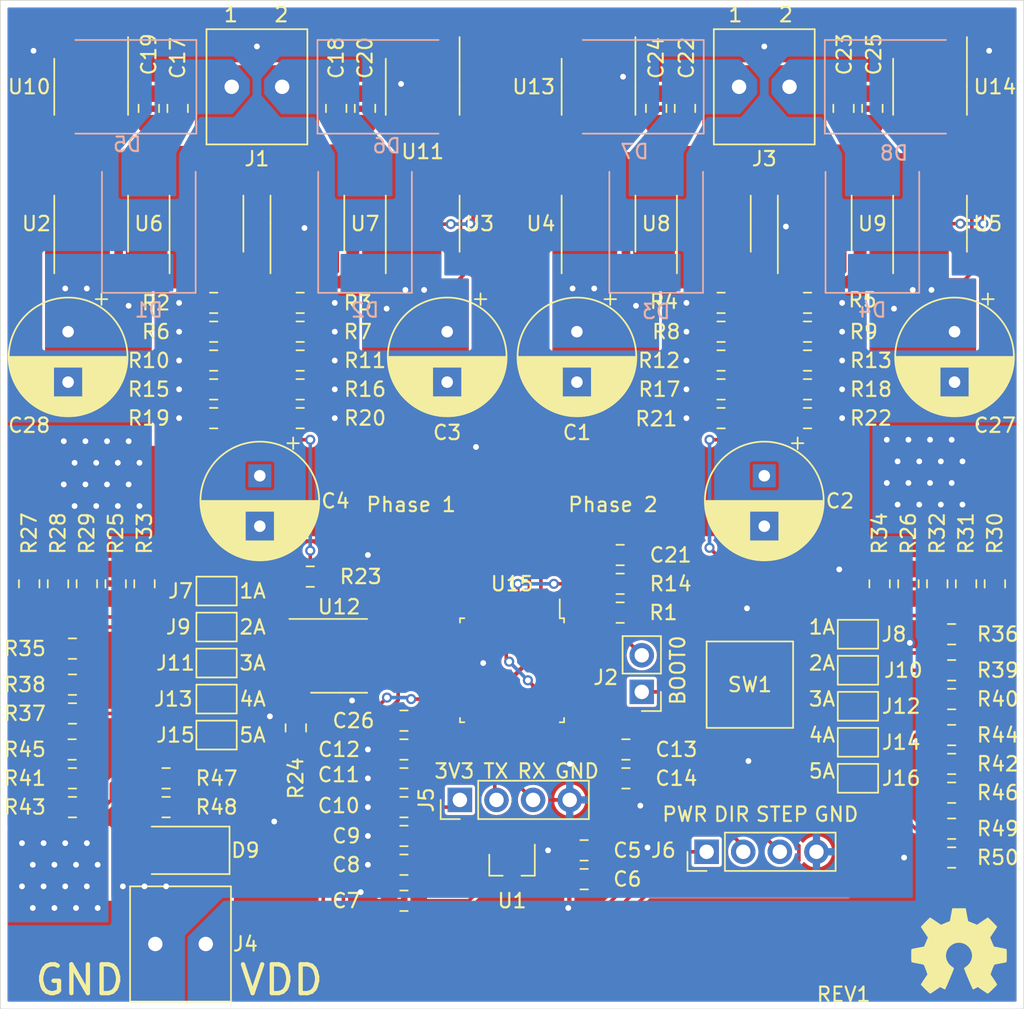
<source format=kicad_pcb>
(kicad_pcb (version 20171130) (host pcbnew "(5.1.4)-1")
  (layers (0 F.Cu mixed) (31 B.Cu mixed) (36 B.SilkS user) (37 F.SilkS user) (38 B.Mask user) (39 F.Mask user) (44 Edge.Cuts user))
  (net 0 "")
  (net 1 GND)
  (net 2 VDD)
  (net 3 +3V3)
  (net 4 /VDD1)
  (net 5 /VDDA)
  (net 6 /RST)
  (net 7 /P1.1)
  (net 8 /P1.2)
  (net 9 /P2.1)
  (net 10 /P2.2)
  (net 11 /BOOT0)
  (net 12 /USART_RX)
  (net 13 /USART_TX)
  (net 14 /IN_PWR)
  (net 15 /IN_DIR)
  (net 16 /IN_STEP)
  (net 17 /IP1)
  (net 18 "Net-(J7-Pad2)")
  (net 19 /CurrentSelection/P2_GAIN)
  (net 20 "Net-(J8-Pad2)")
  (net 21 "Net-(J9-Pad2)")
  (net 22 "Net-(J10-Pad2)")
  (net 23 "Net-(J11-Pad2)")
  (net 24 "Net-(J12-Pad2)")
  (net 25 "Net-(J13-Pad2)")
  (net 26 "Net-(J14-Pad2)")
  (net 27 "Net-(J15-Pad2)")
  (net 28 "Net-(J16-Pad2)")
  (net 29 /P1_SENSE)
  (net 30 /P2_SENSE)
  (net 31 "Net-(R14-Pad2)")
  (net 32 /IP2)
  (net 33 "Net-(R25-Pad2)")
  (net 34 "Net-(R26-Pad2)")
  (net 35 "Net-(R27-Pad1)")
  (net 36 "Net-(R28-Pad1)")
  (net 37 "Net-(R30-Pad1)")
  (net 38 "Net-(R31-Pad1)")
  (net 39 "Net-(R37-Pad1)")
  (net 40 "Net-(R39-Pad1)")
  (net 41 "Net-(R41-Pad2)")
  (net 42 "Net-(R42-Pad2)")
  (net 43 "Net-(R47-Pad1)")
  (net 44 "Net-(R49-Pad1)")
  (net 45 /P1_FET1)
  (net 46 /P1_FET3)
  (net 47 /P2_FET1)
  (net 48 /P2_FET3)
  (net 49 /P1_FET2)
  (net 50 /P1_FET4)
  (net 51 /P2_FET2)
  (net 52 /P2_FET4)
  (net 53 "Net-(U10-Pad8)")
  (net 54 /P1_1)
  (net 55 /P1_4)
  (net 56 "Net-(U10-Pad1)")
  (net 57 "Net-(U11-Pad8)")
  (net 58 /P1_3)
  (net 59 /P1_2)
  (net 60 "Net-(U11-Pad1)")
  (net 61 "Net-(U14-Pad8)")
  (net 62 /P2_1)
  (net 63 /P2_4)
  (net 64 "Net-(U14-Pad1)")
  (net 65 /P2_3)
  (net 66 /P2_2)
  (net 67 "Net-(U13-Pad8)")
  (net 68 "Net-(U13-Pad1)")
  (net 69 "Net-(U15-Pad28)")
  (net 70 "Net-(U15-Pad27)")
  (net 71 "Net-(U15-Pad26)")
  (net 72 "Net-(U15-Pad25)")
  (net 73 "Net-(U15-Pad24)")
  (net 74 "Net-(U15-Pad23)")
  (net 75 "Net-(U15-Pad22)")
  (net 76 "Net-(U15-Pad21)")
  (net 77 /CurrentSelection/P1_GAIN)
  (net 78 "Net-(U15-Pad18)")
  (net 79 "Net-(U15-Pad12)")
  (module Symbol:OSHW-Symbol_6.7x6mm_SilkScreen (layer F.Cu) (at 66.5 66)
    (fp_text reference REF** hide)
    (fp_text value OSHW-Symbol_6.7x6mm_SilkScreen hide)
  )
  (module NetTie:NetTie-2_SMD_Pad0.5mm (layer F.Cu) (at 31.5 59.5 225)
    (fp_text reference NT1 hide)
    (fp_text value NT)
    (fp_poly (pts (xy -0.5 -0.15) (xy 0.5 -0.15) (xy 0.5 0.15) (xy -0.5 0.15)) (layer F.Cu) (width 0))
    (pad 2 smd circle (at 0.5 0 225) (size 0.3 0.3) (layers F.Cu) (net 4 /VDD1))
    (pad 1 smd circle (at -0.5 0 225) (size 0.3 0.3) (layers F.Cu) (net 3 +3V3))
  )
  (module NetTie:NetTie-2_SMD_Pad0.5mm (layer F.Cu) (at 42.4 56.3 90)
    (fp_text reference NT2 hide)
    (fp_text value NT)
    (fp_poly (pts (xy -0.5 -0.125) (xy 0.5 -0.125) (xy 0.5 0.125) (xy -0.5 0.125)) (layer F.Cu) (width 0))
    (pad 2 smd circle (at 0.5 0 90) (size 0.25 0.25) (layers F.Cu) (net 5 /VDDA))
    (pad 1 smd circle (at -0.5 0 90) (size 0.25 0.25) (layers F.Cu) (net 3 +3V3))
  )
  (module Package_QFP:LQFP-32_7x7mm_P0.8mm (layer F.Cu) (at 35.5 46.5 270)
    (fp_text reference U15 (at -6 0 180) (layer F.SilkS))
    (fp_text value STM32F303K6Tx)
    (pad 32 smd roundrect (at -2.8 -4.175 270) (size 0.5 1.5) (layers F.Cu F.Paste F.Mask) (net 1 GND))
    (pad 31 smd roundrect (at -2 -4.175 270) (size 0.5 1.5) (layers F.Cu F.Paste F.Mask) (net 11 /BOOT0))
    (pad 30 smd roundrect (at -1.2 -4.175 270) (size 0.5 1.5) (layers F.Cu F.Paste F.Mask) (net 16 /IN_STEP))
    (pad 29 smd roundrect (at -0.4 -4.175 270) (size 0.5 1.5) (layers F.Cu F.Paste F.Mask) (net 15 /IN_DIR))
    (pad 28 smd roundrect (at 0.4 -4.175 270) (size 0.5 1.5) (layers F.Cu F.Paste F.Mask) (net 69 "Net-(U15-Pad28)"))
    (pad 27 smd roundrect (at 1.2 -4.175 270) (size 0.5 1.5) (layers F.Cu F.Paste F.Mask) (net 70 "Net-(U15-Pad27)"))
    (pad 26 smd roundrect (at 2 -4.175 270) (size 0.5 1.5) (layers F.Cu F.Paste F.Mask) (net 71 "Net-(U15-Pad26)"))
    (pad 25 smd roundrect (at 2.8 -4.175 270) (size 0.5 1.5) (layers F.Cu F.Paste F.Mask) (net 72 "Net-(U15-Pad25)"))
    (pad 24 smd roundrect (at 4.175 -2.8 270) (size 1.5 0.5) (layers F.Cu F.Paste F.Mask) (net 73 "Net-(U15-Pad24)"))
    (pad 23 smd roundrect (at 4.175 -2 270) (size 1.5 0.5) (layers F.Cu F.Paste F.Mask) (net 74 "Net-(U15-Pad23)"))
    (pad 22 smd roundrect (at 4.175 -1.2 270) (size 1.5 0.5) (layers F.Cu F.Paste F.Mask) (net 75 "Net-(U15-Pad22)"))
    (pad 21 smd roundrect (at 4.175 -0.4 270) (size 1.5 0.5) (layers F.Cu F.Paste F.Mask) (net 76 "Net-(U15-Pad21)"))
    (pad 20 smd roundrect (at 4.175 0.4 270) (size 1.5 0.5) (layers F.Cu F.Paste F.Mask) (net 12 /USART_RX))
    (pad 19 smd roundrect (at 4.175 1.2 270) (size 1.5 0.5) (layers F.Cu F.Paste F.Mask) (net 13 /USART_TX))
    (pad 18 smd roundrect (at 4.175 2 270) (size 1.5 0.5) (layers F.Cu F.Paste F.Mask) (net 78 "Net-(U15-Pad18)"))
    (pad 17 smd roundrect (at 4.175 2.8 270) (size 1.5 0.5) (layers F.Cu F.Paste F.Mask) (net 4 /VDD1))
    (pad 16 smd roundrect (at 2.8 4.175 270) (size 0.5 1.5) (layers F.Cu F.Paste F.Mask) (net 1 GND))
    (pad 15 smd roundrect (at 2 4.175 270) (size 0.5 1.5) (layers F.Cu F.Paste F.Mask) (net 14 /IN_PWR))
    (pad 14 smd roundrect (at 1.2 4.175 270) (size 0.5 1.5) (layers F.Cu F.Paste F.Mask) (net 32 /IP2))
    (pad 13 smd roundrect (at 0.4 4.175 270) (size 0.5 1.5) (layers F.Cu F.Paste F.Mask) (net 17 /IP1))
    (pad 12 smd roundrect (at -0.4 4.175 270) (size 0.5 1.5) (layers F.Cu F.Paste F.Mask) (net 79 "Net-(U15-Pad12)"))
    (pad 11 smd roundrect (at -1.2 4.175 270) (size 0.5 1.5) (layers F.Cu F.Paste F.Mask) (net 55 /P1_4))
    (pad 10 smd roundrect (at -2 4.175 270) (size 0.5 1.5) (layers F.Cu F.Paste F.Mask) (net 58 /P1_3))
    (pad 9 smd roundrect (at -2.8 4.175 270) (size 0.5 1.5) (layers F.Cu F.Paste F.Mask) (net 59 /P1_2))
    (pad 8 smd roundrect (at -4.175 2.8 270) (size 1.5 0.5) (layers F.Cu F.Paste F.Mask) (net 54 /P1_1))
    (pad 7 smd roundrect (at -4.175 2 270) (size 1.5 0.5) (layers F.Cu F.Paste F.Mask) (net 63 /P2_4))
    (pad 6 smd roundrect (at -4.175 1.2 270) (size 1.5 0.5) (layers F.Cu F.Paste F.Mask) (net 65 /P2_3))
    (pad 5 smd roundrect (at -4.175 0.4 270) (size 1.5 0.5) (layers F.Cu F.Paste F.Mask) (net 5 /VDDA))
    (pad 4 smd roundrect (at -4.175 -0.4 270) (size 1.5 0.5) (layers F.Cu F.Paste F.Mask) (net 6 /RST))
    (pad 3 smd roundrect (at -4.175 -1.2 270) (size 1.5 0.5) (layers F.Cu F.Paste F.Mask) (net 66 /P2_2))
    (pad 2 smd roundrect (at -4.175 -2 270) (size 1.5 0.5) (layers F.Cu F.Paste F.Mask) (net 62 /P2_1))
    (pad 1 smd roundrect (at -4.175 -2.8 270) (size 1.5 0.5) (layers F.Cu F.Paste F.Mask) (net 4 /VDD1))
  )
  (module Capacitor_THT:CP_Radial_D8.0mm_P3.50mm (layer F.Cu) (at 4.7 23 270)
    (fp_text reference C28 (at 6.5 2.7 180) (layer F.SilkS))
    (fp_text value 100µF)
    (pad 2 thru_hole circle (at 3.5 0 270) (size 1.6 1.6) (drill 0.8) (layers *.Cu *.Mask) (net 1 GND))
    (pad 1 thru_hole rect (at 0 0 270) (size 1.6 1.6) (drill 0.8) (layers *.Cu *.Mask) (net 2 VDD))
  )
  (module Capacitor_THT:CP_Radial_D8.0mm_P3.50mm (layer F.Cu) (at 66.2 23 270)
    (fp_text reference C27 (at 6.5 -2.8 180) (layer F.SilkS))
    (fp_text value 100µF)
    (pad 2 thru_hole circle (at 3.5 0 270) (size 1.6 1.6) (drill 0.8) (layers *.Cu *.Mask) (net 1 GND))
    (pad 1 thru_hole rect (at 0 0 270) (size 1.6 1.6) (drill 0.8) (layers *.Cu *.Mask) (net 2 VDD))
  )
  (module Capacitor_THT:CP_Radial_D8.0mm_P3.50mm (layer F.Cu) (at 18 33 270)
    (fp_text reference C4 (at 1.75 -5.25 180) (layer F.SilkS))
    (fp_text value 330µF)
    (pad 2 thru_hole circle (at 3.5 0 270) (size 1.6 1.6) (drill 0.8) (layers *.Cu *.Mask) (net 1 GND))
    (pad 1 thru_hole rect (at 0 0 270) (size 1.6 1.6) (drill 0.8) (layers *.Cu *.Mask) (net 2 VDD))
  )
  (module Capacitor_THT:CP_Radial_D8.0mm_P3.50mm (layer F.Cu) (at 31 23 270)
    (fp_text reference C3 (at 7 0 180) (layer F.SilkS))
    (fp_text value 100µF)
    (pad 2 thru_hole circle (at 3.5 0 270) (size 1.6 1.6) (drill 0.8) (layers *.Cu *.Mask) (net 1 GND))
    (pad 1 thru_hole rect (at 0 0 270) (size 1.6 1.6) (drill 0.8) (layers *.Cu *.Mask) (net 2 VDD))
  )
  (module Capacitor_THT:CP_Radial_D8.0mm_P3.50mm (layer F.Cu) (at 53 33 270)
    (fp_text reference C2 (at 1.75 -5.25 180) (layer F.SilkS))
    (fp_text value 330µF)
    (pad 2 thru_hole circle (at 3.5 0 270) (size 1.6 1.6) (drill 0.8) (layers *.Cu *.Mask) (net 1 GND))
    (pad 1 thru_hole rect (at 0 0 270) (size 1.6 1.6) (drill 0.8) (layers *.Cu *.Mask) (net 2 VDD))
  )
  (module Capacitor_THT:CP_Radial_D8.0mm_P3.50mm (layer F.Cu) (at 40 23 270)
    (fp_text reference C1 (at 7 0 180) (layer F.SilkS))
    (fp_text value 100µF)
    (pad 2 thru_hole circle (at 3.5 0 270) (size 1.6 1.6) (drill 0.8) (layers *.Cu *.Mask) (net 1 GND))
    (pad 1 thru_hole rect (at 0 0 270) (size 1.6 1.6) (drill 0.8) (layers *.Cu *.Mask) (net 2 VDD))
  )
  (module Capacitor_SMD:C_0805_2012Metric_Pad1.15x1.40mm_HandSolder (layer F.Cu) (at 60.5 7.5 90)
    (fp_text reference C25 (at 3.75 0.1 90) (layer F.SilkS))
    (fp_text value 1µF)
    (pad 2 smd roundrect (at 1.025 0 90) (size 1.15 1.4) (layers F.Cu F.Paste F.Mask) (roundrect_rratio 0.217391) (net 1 GND))
    (pad 1 smd roundrect (at -1.025 0 90) (size 1.15 1.4) (layers F.Cu F.Paste F.Mask) (roundrect_rratio 0.217391) (net 2 VDD))
  )
  (module Capacitor_SMD:C_0805_2012Metric_Pad1.15x1.40mm_HandSolder (layer F.Cu) (at 45.5 7.5 90)
    (fp_text reference C24 (at 3.5 0 90) (layer F.SilkS))
    (fp_text value 1µF)
    (pad 2 smd roundrect (at 1.025 0 90) (size 1.15 1.4) (layers F.Cu F.Paste F.Mask) (roundrect_rratio 0.217391) (net 1 GND))
    (pad 1 smd roundrect (at -1.025 0 90) (size 1.15 1.4) (layers F.Cu F.Paste F.Mask) (roundrect_rratio 0.217391) (net 2 VDD))
  )
  (module Capacitor_SMD:C_0805_2012Metric_Pad1.15x1.40mm_HandSolder (layer F.Cu) (at 58.5 7.5 90)
    (fp_text reference C23 (at 3.75 0.05 90) (layer F.SilkS))
    (fp_text value 10µF)
    (pad 2 smd roundrect (at 1.025 0 90) (size 1.15 1.4) (layers F.Cu F.Paste F.Mask) (roundrect_rratio 0.217391) (net 1 GND))
    (pad 1 smd roundrect (at -1.025 0 90) (size 1.15 1.4) (layers F.Cu F.Paste F.Mask) (roundrect_rratio 0.217391) (net 2 VDD))
  )
  (module Capacitor_SMD:C_0805_2012Metric_Pad1.15x1.40mm_HandSolder (layer F.Cu) (at 47.5 7.5 90)
    (fp_text reference C22 (at 3.5 0.1 90) (layer F.SilkS))
    (fp_text value 10µF)
    (pad 2 smd roundrect (at 1.025 0 90) (size 1.15 1.4) (layers F.Cu F.Paste F.Mask) (roundrect_rratio 0.217391) (net 1 GND))
    (pad 1 smd roundrect (at -1.025 0 90) (size 1.15 1.4) (layers F.Cu F.Paste F.Mask) (roundrect_rratio 0.217391) (net 2 VDD))
  )
  (module Capacitor_SMD:C_0805_2012Metric_Pad1.15x1.40mm_HandSolder (layer F.Cu) (at 10.3 7.5 90)
    (fp_text reference C19 (at 3.75 0 90) (layer F.SilkS))
    (fp_text value 1µF)
    (pad 2 smd roundrect (at 1.025 0 90) (size 1.15 1.4) (layers F.Cu F.Paste F.Mask) (roundrect_rratio 0.217391) (net 1 GND))
    (pad 1 smd roundrect (at -1.025 0 90) (size 1.15 1.4) (layers F.Cu F.Paste F.Mask) (roundrect_rratio 0.217391) (net 2 VDD))
  )
  (module Capacitor_SMD:C_0805_2012Metric_Pad1.15x1.40mm_HandSolder (layer F.Cu) (at 23.3 7.5 90)
    (fp_text reference C18 (at 3.5 0 90) (layer F.SilkS))
    (fp_text value 10µF)
    (pad 2 smd roundrect (at 1.025 0 90) (size 1.15 1.4) (layers F.Cu F.Paste F.Mask) (roundrect_rratio 0.217391) (net 1 GND))
    (pad 1 smd roundrect (at -1.025 0 90) (size 1.15 1.4) (layers F.Cu F.Paste F.Mask) (roundrect_rratio 0.217391) (net 2 VDD))
  )
  (module Capacitor_SMD:C_0805_2012Metric_Pad1.15x1.40mm_HandSolder (layer F.Cu) (at 12.3 7.5 90)
    (fp_text reference C17 (at 3.5 0 90) (layer F.SilkS))
    (fp_text value 10µF)
    (pad 2 smd roundrect (at 1.025 0 90) (size 1.15 1.4) (layers F.Cu F.Paste F.Mask) (roundrect_rratio 0.217391) (net 1 GND))
    (pad 1 smd roundrect (at -1.025 0 90) (size 1.15 1.4) (layers F.Cu F.Paste F.Mask) (roundrect_rratio 0.217391) (net 2 VDD))
  )
  (module Package_SO:SOIC-8_3.9x4.9mm_P1.27mm (layer F.Cu) (at 56.5 15.5 90)
    (fp_text reference U9 (at 0 4 180) (layer F.SilkS))
    (fp_text value DMG4496SSS)
    (pad 1 smd roundrect (at -2.475 -1.905 90) (size 1.95 0.6) (layers F.Cu F.Paste F.Mask) (net 30 /P2_SENSE))
    (pad 2 smd roundrect (at -2.475 -0.635 90) (size 1.95 0.6) (layers F.Cu F.Paste F.Mask) (net 30 /P2_SENSE))
    (pad 3 smd roundrect (at -2.475 0.635 90) (size 1.95 0.6) (layers F.Cu F.Paste F.Mask) (net 30 /P2_SENSE))
    (pad 4 smd roundrect (at -2.475 1.905 90) (size 1.95 0.6) (layers F.Cu F.Paste F.Mask) (net 52 /P2_FET4))
    (pad 5 smd roundrect (at 2.475 1.905 90) (size 1.95 0.6) (layers F.Cu F.Paste F.Mask) (net 10 /P2.2))
    (pad 6 smd roundrect (at 2.475 0.635 90) (size 1.95 0.6) (layers F.Cu F.Paste F.Mask) (net 10 /P2.2))
    (pad 7 smd roundrect (at 2.475 -0.635 90) (size 1.95 0.6) (layers F.Cu F.Paste F.Mask) (net 10 /P2.2))
    (pad 8 smd roundrect (at 2.475 -1.905 90) (size 1.95 0.6) (layers F.Cu F.Paste F.Mask) (net 10 /P2.2))
  )
  (module Package_SO:SOIC-8_3.9x4.9mm_P1.27mm (layer F.Cu) (at 49.5 15.5 90)
    (fp_text reference U8 (at 0 -4 180) (layer F.SilkS))
    (fp_text value DMG4496SSS)
    (pad 1 smd roundrect (at -2.475 -1.905 90) (size 1.95 0.6) (layers F.Cu F.Paste F.Mask) (net 30 /P2_SENSE))
    (pad 2 smd roundrect (at -2.475 -0.635 90) (size 1.95 0.6) (layers F.Cu F.Paste F.Mask) (net 30 /P2_SENSE))
    (pad 3 smd roundrect (at -2.475 0.635 90) (size 1.95 0.6) (layers F.Cu F.Paste F.Mask) (net 30 /P2_SENSE))
    (pad 4 smd roundrect (at -2.475 1.905 90) (size 1.95 0.6) (layers F.Cu F.Paste F.Mask) (net 51 /P2_FET2))
    (pad 5 smd roundrect (at 2.475 1.905 90) (size 1.95 0.6) (layers F.Cu F.Paste F.Mask) (net 9 /P2.1))
    (pad 6 smd roundrect (at 2.475 0.635 90) (size 1.95 0.6) (layers F.Cu F.Paste F.Mask) (net 9 /P2.1))
    (pad 7 smd roundrect (at 2.475 -0.635 90) (size 1.95 0.6) (layers F.Cu F.Paste F.Mask) (net 9 /P2.1))
    (pad 8 smd roundrect (at 2.475 -1.905 90) (size 1.95 0.6) (layers F.Cu F.Paste F.Mask) (net 9 /P2.1))
  )
  (module Package_SO:SOIC-8_3.9x4.9mm_P1.27mm (layer F.Cu) (at 21.3 15.5 90)
    (fp_text reference U7 (at 0 4 180) (layer F.SilkS))
    (fp_text value DMG4496SSS)
    (pad 1 smd roundrect (at -2.475 -1.905 90) (size 1.95 0.6) (layers F.Cu F.Paste F.Mask) (net 29 /P1_SENSE))
    (pad 2 smd roundrect (at -2.475 -0.635 90) (size 1.95 0.6) (layers F.Cu F.Paste F.Mask) (net 29 /P1_SENSE))
    (pad 3 smd roundrect (at -2.475 0.635 90) (size 1.95 0.6) (layers F.Cu F.Paste F.Mask) (net 29 /P1_SENSE))
    (pad 4 smd roundrect (at -2.475 1.905 90) (size 1.95 0.6) (layers F.Cu F.Paste F.Mask) (net 50 /P1_FET4))
    (pad 5 smd roundrect (at 2.475 1.905 90) (size 1.95 0.6) (layers F.Cu F.Paste F.Mask) (net 8 /P1.2))
    (pad 6 smd roundrect (at 2.475 0.635 90) (size 1.95 0.6) (layers F.Cu F.Paste F.Mask) (net 8 /P1.2))
    (pad 7 smd roundrect (at 2.475 -0.635 90) (size 1.95 0.6) (layers F.Cu F.Paste F.Mask) (net 8 /P1.2))
    (pad 8 smd roundrect (at 2.475 -1.905 90) (size 1.95 0.6) (layers F.Cu F.Paste F.Mask) (net 8 /P1.2))
  )
  (module Package_SO:SOIC-8_3.9x4.9mm_P1.27mm (layer F.Cu) (at 14.3 15.5 90)
    (fp_text reference U6 (at 0 -4 180) (layer F.SilkS))
    (fp_text value DMG4496SSS)
    (pad 1 smd roundrect (at -2.475 -1.905 90) (size 1.95 0.6) (layers F.Cu F.Paste F.Mask) (net 29 /P1_SENSE))
    (pad 2 smd roundrect (at -2.475 -0.635 90) (size 1.95 0.6) (layers F.Cu F.Paste F.Mask) (net 29 /P1_SENSE))
    (pad 3 smd roundrect (at -2.475 0.635 90) (size 1.95 0.6) (layers F.Cu F.Paste F.Mask) (net 29 /P1_SENSE))
    (pad 4 smd roundrect (at -2.475 1.905 90) (size 1.95 0.6) (layers F.Cu F.Paste F.Mask) (net 49 /P1_FET2))
    (pad 5 smd roundrect (at 2.475 1.905 90) (size 1.95 0.6) (layers F.Cu F.Paste F.Mask) (net 7 /P1.1))
    (pad 6 smd roundrect (at 2.475 0.635 90) (size 1.95 0.6) (layers F.Cu F.Paste F.Mask) (net 7 /P1.1))
    (pad 7 smd roundrect (at 2.475 -0.635 90) (size 1.95 0.6) (layers F.Cu F.Paste F.Mask) (net 7 /P1.1))
    (pad 8 smd roundrect (at 2.475 -1.905 90) (size 1.95 0.6) (layers F.Cu F.Paste F.Mask) (net 7 /P1.1))
  )
  (module Package_SO:SOIC-8_3.9x4.9mm_P1.27mm (layer F.Cu) (at 64.5 15.5 90)
    (fp_text reference U5 (at 0 4 180) (layer F.SilkS))
    (fp_text value FDS4435BZ)
    (pad 1 smd roundrect (at -2.475 -1.905 90) (size 1.95 0.6) (layers F.Cu F.Paste F.Mask) (net 2 VDD))
    (pad 2 smd roundrect (at -2.475 -0.635 90) (size 1.95 0.6) (layers F.Cu F.Paste F.Mask) (net 2 VDD))
    (pad 3 smd roundrect (at -2.475 0.635 90) (size 1.95 0.6) (layers F.Cu F.Paste F.Mask) (net 2 VDD))
    (pad 4 smd roundrect (at -2.475 1.905 90) (size 1.95 0.6) (layers F.Cu F.Paste F.Mask) (net 48 /P2_FET3))
    (pad 5 smd roundrect (at 2.475 1.905 90) (size 1.95 0.6) (layers F.Cu F.Paste F.Mask) (net 10 /P2.2))
    (pad 6 smd roundrect (at 2.475 0.635 90) (size 1.95 0.6) (layers F.Cu F.Paste F.Mask) (net 10 /P2.2))
    (pad 7 smd roundrect (at 2.475 -0.635 90) (size 1.95 0.6) (layers F.Cu F.Paste F.Mask) (net 10 /P2.2))
    (pad 8 smd roundrect (at 2.475 -1.905 90) (size 1.95 0.6) (layers F.Cu F.Paste F.Mask) (net 10 /P2.2))
  )
  (module Package_SO:SOIC-8_3.9x4.9mm_P1.27mm (layer F.Cu) (at 41.5 15.5 90)
    (fp_text reference U4 (at 0 -4 180) (layer F.SilkS))
    (fp_text value FDS4435BZ)
    (pad 1 smd roundrect (at -2.475 -1.905 90) (size 1.95 0.6) (layers F.Cu F.Paste F.Mask) (net 2 VDD))
    (pad 2 smd roundrect (at -2.475 -0.635 90) (size 1.95 0.6) (layers F.Cu F.Paste F.Mask) (net 2 VDD))
    (pad 3 smd roundrect (at -2.475 0.635 90) (size 1.95 0.6) (layers F.Cu F.Paste F.Mask) (net 2 VDD))
    (pad 4 smd roundrect (at -2.475 1.905 90) (size 1.95 0.6) (layers F.Cu F.Paste F.Mask) (net 47 /P2_FET1))
    (pad 5 smd roundrect (at 2.475 1.905 90) (size 1.95 0.6) (layers F.Cu F.Paste F.Mask) (net 9 /P2.1))
    (pad 6 smd roundrect (at 2.475 0.635 90) (size 1.95 0.6) (layers F.Cu F.Paste F.Mask) (net 9 /P2.1))
    (pad 7 smd roundrect (at 2.475 -0.635 90) (size 1.95 0.6) (layers F.Cu F.Paste F.Mask) (net 9 /P2.1))
    (pad 8 smd roundrect (at 2.475 -1.905 90) (size 1.95 0.6) (layers F.Cu F.Paste F.Mask) (net 9 /P2.1))
  )
  (module Package_SO:SOIC-8_3.9x4.9mm_P1.27mm (layer F.Cu) (at 29.3 15.5 90)
    (fp_text reference U3 (at 0 3.95 180) (layer F.SilkS))
    (fp_text value FDS4435BZ)
    (pad 1 smd roundrect (at -2.475 -1.905 90) (size 1.95 0.6) (layers F.Cu F.Paste F.Mask) (net 2 VDD))
    (pad 2 smd roundrect (at -2.475 -0.635 90) (size 1.95 0.6) (layers F.Cu F.Paste F.Mask) (net 2 VDD))
    (pad 3 smd roundrect (at -2.475 0.635 90) (size 1.95 0.6) (layers F.Cu F.Paste F.Mask) (net 2 VDD))
    (pad 4 smd roundrect (at -2.475 1.905 90) (size 1.95 0.6) (layers F.Cu F.Paste F.Mask) (net 46 /P1_FET3))
    (pad 5 smd roundrect (at 2.475 1.905 90) (size 1.95 0.6) (layers F.Cu F.Paste F.Mask) (net 8 /P1.2))
    (pad 6 smd roundrect (at 2.475 0.635 90) (size 1.95 0.6) (layers F.Cu F.Paste F.Mask) (net 8 /P1.2))
    (pad 7 smd roundrect (at 2.475 -0.635 90) (size 1.95 0.6) (layers F.Cu F.Paste F.Mask) (net 8 /P1.2))
    (pad 8 smd roundrect (at 2.475 -1.905 90) (size 1.95 0.6) (layers F.Cu F.Paste F.Mask) (net 8 /P1.2))
  )
  (module Package_SO:SOIC-8_3.9x4.9mm_P1.27mm (layer F.Cu) (at 6.3 15.5 90)
    (fp_text reference U2 (at 0 -3.8 180) (layer F.SilkS))
    (fp_text value FDS4435BZ)
    (pad 1 smd roundrect (at -2.475 -1.905 90) (size 1.95 0.6) (layers F.Cu F.Paste F.Mask) (net 2 VDD))
    (pad 2 smd roundrect (at -2.475 -0.635 90) (size 1.95 0.6) (layers F.Cu F.Paste F.Mask) (net 2 VDD))
    (pad 3 smd roundrect (at -2.475 0.635 90) (size 1.95 0.6) (layers F.Cu F.Paste F.Mask) (net 2 VDD))
    (pad 4 smd roundrect (at -2.475 1.905 90) (size 1.95 0.6) (layers F.Cu F.Paste F.Mask) (net 45 /P1_FET1))
    (pad 5 smd roundrect (at 2.475 1.905 90) (size 1.95 0.6) (layers F.Cu F.Paste F.Mask) (net 7 /P1.1))
    (pad 6 smd roundrect (at 2.475 0.635 90) (size 1.95 0.6) (layers F.Cu F.Paste F.Mask) (net 7 /P1.1))
    (pad 7 smd roundrect (at 2.475 -0.635 90) (size 1.95 0.6) (layers F.Cu F.Paste F.Mask) (net 7 /P1.1))
    (pad 8 smd roundrect (at 2.475 -1.905 90) (size 1.95 0.6) (layers F.Cu F.Paste F.Mask) (net 7 /P1.1))
  )
  (module Diode_SMD:D_SMA (layer F.Cu) (at 12.5 59 180)
    (fp_text reference D9 (at -4.5 0) (layer F.SilkS))
    (fp_text value SMAJ16A)
    (pad 2 smd rect (at 2 0 180) (size 2.5 1.8) (layers F.Cu F.Paste F.Mask) (net 1 GND))
    (pad 1 smd rect (at -2 0 180) (size 2.5 1.8) (layers F.Cu F.Paste F.Mask) (net 2 VDD))
  )
  (module Diode_SMD:D_SMC (layer B.Cu) (at 62 6)
    (fp_text reference D8 (at 0 4.6) (layer B.SilkS) (effects (justify mirror)))
    (fp_text value B540C)
    (pad 2 smd rect (at 3.4 0 270) (size 3.3 2.5) (layers B.Cu B.Paste B.Mask) (net 1 GND))
    (pad 1 smd rect (at -3.4 0 270) (size 3.3 2.5) (layers B.Cu B.Paste B.Mask) (net 10 /P2.2))
  )
  (module Diode_SMD:D_SMC (layer B.Cu) (at 44 6 180)
    (fp_text reference D7 (at 0 -4.5) (layer B.SilkS) (effects (justify mirror)))
    (fp_text value B540C)
    (pad 2 smd rect (at 3.4 0 90) (size 3.3 2.5) (layers B.Cu B.Paste B.Mask) (net 1 GND))
    (pad 1 smd rect (at -3.4 0 90) (size 3.3 2.5) (layers B.Cu B.Paste B.Mask) (net 9 /P2.1))
  )
  (module Diode_SMD:D_SMC (layer B.Cu) (at 26.8 6)
    (fp_text reference D6 (at 0 4.1) (layer B.SilkS) (effects (justify mirror)))
    (fp_text value B540C)
    (pad 2 smd rect (at 3.4 0 270) (size 3.3 2.5) (layers B.Cu B.Paste B.Mask) (net 1 GND))
    (pad 1 smd rect (at -3.4 0 270) (size 3.3 2.5) (layers B.Cu B.Paste B.Mask) (net 8 /P1.2))
  )
  (module Diode_SMD:D_SMC (layer B.Cu) (at 8.8 6 180)
    (fp_text reference D5 (at 0 -4) (layer B.SilkS) (effects (justify mirror)))
    (fp_text value B540C)
    (pad 2 smd rect (at 3.4 0 90) (size 3.3 2.5) (layers B.Cu B.Paste B.Mask) (net 1 GND))
    (pad 1 smd rect (at -3.4 0 90) (size 3.3 2.5) (layers B.Cu B.Paste B.Mask) (net 7 /P1.1))
  )
  (module Diode_SMD:D_SMC (layer B.Cu) (at 60.5 15.5 90)
    (fp_text reference D4 (at -6 0 180) (layer B.SilkS) (effects (justify mirror)))
    (fp_text value B540C)
    (pad 2 smd rect (at 3.4 0) (size 3.3 2.5) (layers B.Cu B.Paste B.Mask) (net 10 /P2.2))
    (pad 1 smd rect (at -3.4 0) (size 3.3 2.5) (layers B.Cu B.Paste B.Mask) (net 2 VDD))
  )
  (module Diode_SMD:D_SMC (layer B.Cu) (at 45.5 15.5 90)
    (fp_text reference D3 (at -6.1 0 -180) (layer B.SilkS) (effects (justify mirror)))
    (fp_text value B540C)
    (pad 2 smd rect (at 3.4 0) (size 3.3 2.5) (layers B.Cu B.Paste B.Mask) (net 9 /P2.1))
    (pad 1 smd rect (at -3.4 0) (size 3.3 2.5) (layers B.Cu B.Paste B.Mask) (net 2 VDD))
  )
  (module Diode_SMD:D_SMC (layer B.Cu) (at 25.3 15.5 90)
    (fp_text reference D2 (at -6 0 180) (layer B.SilkS) (effects (justify mirror)))
    (fp_text value B540C)
    (pad 2 smd rect (at 3.4 0) (size 3.3 2.5) (layers B.Cu B.Paste B.Mask) (net 8 /P1.2))
    (pad 1 smd rect (at -3.4 0) (size 3.3 2.5) (layers B.Cu B.Paste B.Mask) (net 2 VDD))
  )
  (module Diode_SMD:D_SMC (layer B.Cu) (at 10.3 15.5 90)
    (fp_text reference D1 (at -6 0 180) (layer B.SilkS) (effects (justify mirror)))
    (fp_text value B540C)
    (pad 2 smd rect (at 3.4 0) (size 3.3 2.5) (layers B.Cu B.Paste B.Mask) (net 7 /P1.1))
    (pad 1 smd rect (at -3.4 0) (size 3.3 2.5) (layers B.Cu B.Paste B.Mask) (net 2 VDD))
  )
  (module Package_SO:SOIC-8_3.9x4.9mm_P1.27mm (layer F.Cu) (at 64.5 6 270)
    (fp_text reference U14 (at 0 -4.5 180) (layer F.SilkS))
    (fp_text value FAN3278)
    (pad 8 smd roundrect (at 2.475 -1.905 270) (size 1.95 0.6) (layers F.Cu F.Paste F.Mask) (net 61 "Net-(U14-Pad8)"))
    (pad 7 smd roundrect (at 2.475 -0.635 270) (size 1.95 0.6) (layers F.Cu F.Paste F.Mask) (net 52 /P2_FET4))
    (pad 6 smd roundrect (at 2.475 0.635 270) (size 1.95 0.6) (layers F.Cu F.Paste F.Mask) (net 2 VDD))
    (pad 5 smd roundrect (at 2.475 1.905 270) (size 1.95 0.6) (layers F.Cu F.Paste F.Mask) (net 48 /P2_FET3))
    (pad 4 smd roundrect (at -2.475 1.905 270) (size 1.95 0.6) (layers F.Cu F.Paste F.Mask) (net 65 /P2_3))
    (pad 3 smd roundrect (at -2.475 0.635 270) (size 1.95 0.6) (layers F.Cu F.Paste F.Mask) (net 1 GND))
    (pad 2 smd roundrect (at -2.475 -0.635 270) (size 1.95 0.6) (layers F.Cu F.Paste F.Mask) (net 63 /P2_4))
    (pad 1 smd roundrect (at -2.475 -1.905 270) (size 1.95 0.6) (layers F.Cu F.Paste F.Mask) (net 64 "Net-(U14-Pad1)"))
  )
  (module Package_SO:SOIC-8_3.9x4.9mm_P1.27mm (layer F.Cu) (at 41.5 6 270)
    (fp_text reference U13 (at 0 4.5 180) (layer F.SilkS))
    (fp_text value FAN3278)
    (pad 8 smd roundrect (at 2.475 -1.905 270) (size 1.95 0.6) (layers F.Cu F.Paste F.Mask) (net 67 "Net-(U13-Pad8)"))
    (pad 7 smd roundrect (at 2.475 -0.635 270) (size 1.95 0.6) (layers F.Cu F.Paste F.Mask) (net 51 /P2_FET2))
    (pad 6 smd roundrect (at 2.475 0.635 270) (size 1.95 0.6) (layers F.Cu F.Paste F.Mask) (net 2 VDD))
    (pad 5 smd roundrect (at 2.475 1.905 270) (size 1.95 0.6) (layers F.Cu F.Paste F.Mask) (net 47 /P2_FET1))
    (pad 4 smd roundrect (at -2.475 1.905 270) (size 1.95 0.6) (layers F.Cu F.Paste F.Mask) (net 62 /P2_1))
    (pad 3 smd roundrect (at -2.475 0.635 270) (size 1.95 0.6) (layers F.Cu F.Paste F.Mask) (net 1 GND))
    (pad 2 smd roundrect (at -2.475 -0.635 270) (size 1.95 0.6) (layers F.Cu F.Paste F.Mask) (net 66 /P2_2))
    (pad 1 smd roundrect (at -2.475 -1.905 270) (size 1.95 0.6) (layers F.Cu F.Paste F.Mask) (net 68 "Net-(U13-Pad1)"))
  )
  (module Package_SO:SOIC-8_3.9x4.9mm_P1.27mm (layer F.Cu) (at 23.5 45.5)
    (fp_text reference U12 (at 0 -3.4) (layer F.SilkS))
    (fp_text value MCP6L02)
    (pad 8 smd roundrect (at 2.475 -1.905) (size 1.95 0.6) (layers F.Cu F.Paste F.Mask) (net 3 +3V3))
    (pad 7 smd roundrect (at 2.475 -0.635) (size 1.95 0.6) (layers F.Cu F.Paste F.Mask) (net 32 /IP2))
    (pad 6 smd roundrect (at 2.475 0.635) (size 1.95 0.6) (layers F.Cu F.Paste F.Mask) (net 19 /CurrentSelection/P2_GAIN))
    (pad 5 smd roundrect (at 2.475 1.905) (size 1.95 0.6) (layers F.Cu F.Paste F.Mask) (net 30 /P2_SENSE))
    (pad 4 smd roundrect (at -2.475 1.905) (size 1.95 0.6) (layers F.Cu F.Paste F.Mask) (net 1 GND))
    (pad 3 smd roundrect (at -2.475 0.635) (size 1.95 0.6) (layers F.Cu F.Paste F.Mask) (net 29 /P1_SENSE))
    (pad 2 smd roundrect (at -2.475 -0.635) (size 1.95 0.6) (layers F.Cu F.Paste F.Mask) (net 77 /CurrentSelection/P1_GAIN))
    (pad 1 smd roundrect (at -2.475 -1.905) (size 1.95 0.6) (layers F.Cu F.Paste F.Mask) (net 17 /IP1))
  )
  (module Package_SO:SOIC-8_3.9x4.9mm_P1.27mm (layer F.Cu) (at 29.3 6 270)
    (fp_text reference U11 (at 4.5 0 180) (layer F.SilkS))
    (fp_text value FAN3278)
    (pad 8 smd roundrect (at 2.475 -1.905 270) (size 1.95 0.6) (layers F.Cu F.Paste F.Mask) (net 57 "Net-(U11-Pad8)"))
    (pad 7 smd roundrect (at 2.475 -0.635 270) (size 1.95 0.6) (layers F.Cu F.Paste F.Mask) (net 50 /P1_FET4))
    (pad 6 smd roundrect (at 2.475 0.635 270) (size 1.95 0.6) (layers F.Cu F.Paste F.Mask) (net 2 VDD))
    (pad 5 smd roundrect (at 2.475 1.905 270) (size 1.95 0.6) (layers F.Cu F.Paste F.Mask) (net 46 /P1_FET3))
    (pad 4 smd roundrect (at -2.475 1.905 270) (size 1.95 0.6) (layers F.Cu F.Paste F.Mask) (net 58 /P1_3))
    (pad 3 smd roundrect (at -2.475 0.635 270) (size 1.95 0.6) (layers F.Cu F.Paste F.Mask) (net 1 GND))
    (pad 2 smd roundrect (at -2.475 -0.635 270) (size 1.95 0.6) (layers F.Cu F.Paste F.Mask) (net 55 /P1_4))
    (pad 1 smd roundrect (at -2.475 -1.905 270) (size 1.95 0.6) (layers F.Cu F.Paste F.Mask) (net 60 "Net-(U11-Pad1)"))
  )
  (module Package_SO:SOIC-8_3.9x4.9mm_P1.27mm (layer F.Cu) (at 6.3 6 270)
    (fp_text reference U10 (at 0 4.3 180) (layer F.SilkS))
    (fp_text value FAN3278)
    (pad 8 smd roundrect (at 2.475 -1.905 270) (size 1.95 0.6) (layers F.Cu F.Paste F.Mask) (net 53 "Net-(U10-Pad8)"))
    (pad 7 smd roundrect (at 2.475 -0.635 270) (size 1.95 0.6) (layers F.Cu F.Paste F.Mask) (net 49 /P1_FET2))
    (pad 6 smd roundrect (at 2.475 0.635 270) (size 1.95 0.6) (layers F.Cu F.Paste F.Mask) (net 2 VDD))
    (pad 5 smd roundrect (at 2.475 1.905 270) (size 1.95 0.6) (layers F.Cu F.Paste F.Mask) (net 45 /P1_FET1))
    (pad 4 smd roundrect (at -2.475 1.905 270) (size 1.95 0.6) (layers F.Cu F.Paste F.Mask) (net 54 /P1_1))
    (pad 3 smd roundrect (at -2.475 0.635 270) (size 1.95 0.6) (layers F.Cu F.Paste F.Mask) (net 1 GND))
    (pad 2 smd roundrect (at -2.475 -0.635 270) (size 1.95 0.6) (layers F.Cu F.Paste F.Mask) (net 59 /P1_2))
    (pad 1 smd roundrect (at -2.475 -1.905 270) (size 1.95 0.6) (layers F.Cu F.Paste F.Mask) (net 56 "Net-(U10-Pad1)"))
  )
  (module Package_TO_SOT_SMD:SOT-23 (layer F.Cu) (at 35.5 60 270)
    (fp_text reference U1 (at 2.5 0 180) (layer F.SilkS))
    (fp_text value AP7370)
    (pad 3 smd rect (at 1 0 270) (size 0.9 0.8) (layers F.Cu F.Paste F.Mask) (net 2 VDD))
    (pad 2 smd rect (at -1 0.95 270) (size 0.9 0.8) (layers F.Cu F.Paste F.Mask) (net 3 +3V3))
    (pad 1 smd rect (at -1 -0.95 270) (size 0.9 0.8) (layers F.Cu F.Paste F.Mask) (net 1 GND))
  )
  (module footprints:LL3301NF065QG (layer F.Cu) (at 52 47.5 270)
    (fp_text reference SW1 (at 0 0 180) (layer F.SilkS))
    (fp_text value Reset)
    (pad 1 smd rect (at -5.25 -2.25 270) (size 2.5 1.5) (layers F.Cu F.Paste F.Mask) (net 1 GND))
    (pad 2 smd rect (at -5.25 2.25 270) (size 2.5 1.5) (layers F.Cu F.Paste F.Mask) (net 31 "Net-(R14-Pad2)"))
    (pad 2 smd rect (at 5.25 2.25 270) (size 2.5 1.5) (layers F.Cu F.Paste F.Mask) (net 31 "Net-(R14-Pad2)"))
    (pad 1 smd rect (at 5.25 -2.25 270) (size 2.5 1.5) (layers F.Cu F.Paste F.Mask) (net 1 GND))
  )
  (module Resistor_SMD:R_0805_2012Metric_Pad1.15x1.40mm_HandSolder (layer F.Cu) (at 66 59.5)
    (fp_text reference R50 (at 3.2 0) (layer F.SilkS))
    (fp_text value 10k)
    (pad 2 smd roundrect (at 1.025 0) (size 1.15 1.4) (layers F.Cu F.Paste F.Mask) (roundrect_rratio 0.217391) (net 44 "Net-(R49-Pad1)"))
    (pad 1 smd roundrect (at -1.025 0) (size 1.15 1.4) (layers F.Cu F.Paste F.Mask) (roundrect_rratio 0.217391) (net 1 GND))
  )
  (module Resistor_SMD:R_0805_2012Metric_Pad1.15x1.40mm_HandSolder (layer F.Cu) (at 66 57.5 180)
    (fp_text reference R49 (at -3.2 0) (layer F.SilkS))
    (fp_text value 10k)
    (pad 2 smd roundrect (at 1.025 0 180) (size 1.15 1.4) (layers F.Cu F.Paste F.Mask) (roundrect_rratio 0.217391) (net 28 "Net-(J16-Pad2)"))
    (pad 1 smd roundrect (at -1.025 0 180) (size 1.15 1.4) (layers F.Cu F.Paste F.Mask) (roundrect_rratio 0.217391) (net 44 "Net-(R49-Pad1)"))
  )
  (module Resistor_SMD:R_0805_2012Metric_Pad1.15x1.40mm_HandSolder (layer F.Cu) (at 11.5 56)
    (fp_text reference R48 (at 3.5 0) (layer F.SilkS))
    (fp_text value 10k)
    (pad 2 smd roundrect (at 1.025 0) (size 1.15 1.4) (layers F.Cu F.Paste F.Mask) (roundrect_rratio 0.217391) (net 43 "Net-(R47-Pad1)"))
    (pad 1 smd roundrect (at -1.025 0) (size 1.15 1.4) (layers F.Cu F.Paste F.Mask) (roundrect_rratio 0.217) (net 1 GND))
  )
  (module Resistor_SMD:R_0805_2012Metric_Pad1.15x1.40mm_HandSolder (layer F.Cu) (at 11.5 54 180)
    (fp_text reference R47 (at -3.5 0) (layer F.SilkS))
    (fp_text value 10k)
    (pad 2 smd roundrect (at 1.025 0 180) (size 1.15 1.4) (layers F.Cu F.Paste F.Mask) (roundrect_rratio 0.217391) (net 27 "Net-(J15-Pad2)"))
    (pad 1 smd roundrect (at -1.025 0 180) (size 1.15 1.4) (layers F.Cu F.Paste F.Mask) (roundrect_rratio 0.217391) (net 43 "Net-(R47-Pad1)"))
  )
  (module Resistor_SMD:R_0805_2012Metric_Pad1.15x1.40mm_HandSolder (layer F.Cu) (at 66 55)
    (fp_text reference R46 (at 3.2 0) (layer F.SilkS))
    (fp_text value 10k)
    (pad 2 smd roundrect (at 1.025 0) (size 1.15 1.4) (layers F.Cu F.Paste F.Mask) (roundrect_rratio 0.217391) (net 42 "Net-(R42-Pad2)"))
    (pad 1 smd roundrect (at -1.025 0) (size 1.15 1.4) (layers F.Cu F.Paste F.Mask) (roundrect_rratio 0.217391) (net 1 GND))
  )
  (module Resistor_SMD:R_0805_2012Metric_Pad1.15x1.40mm_HandSolder (layer F.Cu) (at 4.975 52 180)
    (fp_text reference R45 (at 3.275 0) (layer F.SilkS))
    (fp_text value 10k)
    (pad 2 smd roundrect (at 1.025 0 180) (size 1.15 1.4) (layers F.Cu F.Paste F.Mask) (roundrect_rratio 0.217391) (net 41 "Net-(R41-Pad2)"))
    (pad 1 smd roundrect (at -1.025 0 180) (size 1.15 1.4) (layers F.Cu F.Paste F.Mask) (roundrect_rratio 0.217) (net 1 GND))
  )
  (module Resistor_SMD:R_0805_2012Metric_Pad1.15x1.40mm_HandSolder (layer F.Cu) (at 66 51 180)
    (fp_text reference R44 (at -3.2 0) (layer F.SilkS))
    (fp_text value 10k)
    (pad 2 smd roundrect (at 1.025 0 180) (size 1.15 1.4) (layers F.Cu F.Paste F.Mask) (roundrect_rratio 0.217391) (net 26 "Net-(J14-Pad2)"))
    (pad 1 smd roundrect (at -1.025 0 180) (size 1.15 1.4) (layers F.Cu F.Paste F.Mask) (roundrect_rratio 0.217391) (net 42 "Net-(R42-Pad2)"))
  )
  (module Resistor_SMD:R_0805_2012Metric_Pad1.15x1.40mm_HandSolder (layer F.Cu) (at 5 56)
    (fp_text reference R43 (at -3.3 0) (layer F.SilkS))
    (fp_text value 10k)
    (pad 2 smd roundrect (at 1.025 0) (size 1.15 1.4) (layers F.Cu F.Paste F.Mask) (roundrect_rratio 0.217391) (net 25 "Net-(J13-Pad2)"))
    (pad 1 smd roundrect (at -1.025 0) (size 1.15 1.4) (layers F.Cu F.Paste F.Mask) (roundrect_rratio 0.217391) (net 41 "Net-(R41-Pad2)"))
  )
  (module Resistor_SMD:R_0805_2012Metric_Pad1.15x1.40mm_HandSolder (layer F.Cu) (at 66 53)
    (fp_text reference R42 (at 3.2 0) (layer F.SilkS))
    (fp_text value 10k)
    (pad 2 smd roundrect (at 1.025 0) (size 1.15 1.4) (layers F.Cu F.Paste F.Mask) (roundrect_rratio 0.217391) (net 42 "Net-(R42-Pad2)"))
    (pad 1 smd roundrect (at -1.025 0) (size 1.15 1.4) (layers F.Cu F.Paste F.Mask) (roundrect_rratio 0.217391) (net 1 GND))
  )
  (module Resistor_SMD:R_0805_2012Metric_Pad1.15x1.40mm_HandSolder (layer F.Cu) (at 5 54 180)
    (fp_text reference R41 (at 3.3 0) (layer F.SilkS))
    (fp_text value 10k)
    (pad 2 smd roundrect (at 1.025 0 180) (size 1.15 1.4) (layers F.Cu F.Paste F.Mask) (roundrect_rratio 0.217391) (net 41 "Net-(R41-Pad2)"))
    (pad 1 smd roundrect (at -1.025 0 180) (size 1.15 1.4) (layers F.Cu F.Paste F.Mask) (roundrect_rratio 0.217) (net 1 GND))
  )
  (module Resistor_SMD:R_0805_2012Metric_Pad1.15x1.40mm_HandSolder (layer F.Cu) (at 66 48.5)
    (fp_text reference R40 (at 3.2 0) (layer F.SilkS))
    (fp_text value 1k)
    (pad 2 smd roundrect (at 1.025 0) (size 1.15 1.4) (layers F.Cu F.Paste F.Mask) (roundrect_rratio 0.217391) (net 40 "Net-(R39-Pad1)"))
    (pad 1 smd roundrect (at -1.025 0) (size 1.15 1.4) (layers F.Cu F.Paste F.Mask) (roundrect_rratio 0.217391) (net 1 GND))
  )
  (module Resistor_SMD:R_0805_2012Metric_Pad1.15x1.40mm_HandSolder (layer F.Cu) (at 66 46.5 180)
    (fp_text reference R39 (at -3.2 0) (layer F.SilkS))
    (fp_text value 10k)
    (pad 2 smd roundrect (at 1.025 0 180) (size 1.15 1.4) (layers F.Cu F.Paste F.Mask) (roundrect_rratio 0.217391) (net 24 "Net-(J12-Pad2)"))
    (pad 1 smd roundrect (at -1.025 0 180) (size 1.15 1.4) (layers F.Cu F.Paste F.Mask) (roundrect_rratio 0.217391) (net 40 "Net-(R39-Pad1)"))
  )
  (module Resistor_SMD:R_0805_2012Metric_Pad1.15x1.40mm_HandSolder (layer F.Cu) (at 5 47.5 180)
    (fp_text reference R38 (at 3.3 0) (layer F.SilkS))
    (fp_text value 1k)
    (pad 2 smd roundrect (at 1.025 0 180) (size 1.15 1.4) (layers F.Cu F.Paste F.Mask) (roundrect_rratio 0.217391) (net 39 "Net-(R37-Pad1)"))
    (pad 1 smd roundrect (at -1.025 0 180) (size 1.15 1.4) (layers F.Cu F.Paste F.Mask) (roundrect_rratio 0.217) (net 1 GND))
  )
  (module Resistor_SMD:R_0805_2012Metric_Pad1.15x1.40mm_HandSolder (layer F.Cu) (at 5 49.5)
    (fp_text reference R37 (at -3.3 0) (layer F.SilkS))
    (fp_text value 10k)
    (pad 2 smd roundrect (at 1.025 0) (size 1.15 1.4) (layers F.Cu F.Paste F.Mask) (roundrect_rratio 0.217391) (net 23 "Net-(J11-Pad2)"))
    (pad 1 smd roundrect (at -1.025 0) (size 1.15 1.4) (layers F.Cu F.Paste F.Mask) (roundrect_rratio 0.217391) (net 39 "Net-(R37-Pad1)"))
  )
  (module Resistor_SMD:R_0805_2012Metric_Pad1.15x1.40mm_HandSolder (layer F.Cu) (at 66 44)
    (fp_text reference R36 (at 3.2 0) (layer F.SilkS))
    (fp_text value 7k15)
    (pad 2 smd roundrect (at 1.025 0) (size 1.15 1.4) (layers F.Cu F.Paste F.Mask) (roundrect_rratio 0.217391) (net 22 "Net-(J10-Pad2)"))
    (pad 1 smd roundrect (at -1.025 0) (size 1.15 1.4) (layers F.Cu F.Paste F.Mask) (roundrect_rratio 0.217391) (net 1 GND))
  )
  (module Resistor_SMD:R_0805_2012Metric_Pad1.15x1.40mm_HandSolder (layer F.Cu) (at 5 45 180)
    (fp_text reference R35 (at 3.3 0) (layer F.SilkS))
    (fp_text value 7k15)
    (pad 2 smd roundrect (at 1.025 0 180) (size 1.15 1.4) (layers F.Cu F.Paste F.Mask) (roundrect_rratio 0.217391) (net 21 "Net-(J9-Pad2)"))
    (pad 1 smd roundrect (at -1.025 0 180) (size 1.15 1.4) (layers F.Cu F.Paste F.Mask) (roundrect_rratio 0.217) (net 1 GND))
  )
  (module Resistor_SMD:R_0805_2012Metric_Pad1.15x1.40mm_HandSolder (layer F.Cu) (at 61 40.5 270)
    (fp_text reference R34 (at -3.5 0 90) (layer F.SilkS))
    (fp_text value 1k)
    (pad 2 smd roundrect (at 1.025 0 270) (size 1.15 1.4) (layers F.Cu F.Paste F.Mask) (roundrect_rratio 0.217391) (net 34 "Net-(R26-Pad2)"))
    (pad 1 smd roundrect (at -1.025 0 270) (size 1.15 1.4) (layers F.Cu F.Paste F.Mask) (roundrect_rratio 0.217391) (net 1 GND))
  )
  (module Resistor_SMD:R_0805_2012Metric_Pad1.15x1.40mm_HandSolder (layer F.Cu) (at 10 40.5 90)
    (fp_text reference R33 (at 3.5 0 90) (layer F.SilkS))
    (fp_text value 1k)
    (pad 2 smd roundrect (at 1.025 0 90) (size 1.15 1.4) (layers F.Cu F.Paste F.Mask) (roundrect_rratio 0.217391) (net 33 "Net-(R25-Pad2)"))
    (pad 1 smd roundrect (at -1.025 0 90) (size 1.15 1.4) (layers F.Cu F.Paste F.Mask) (roundrect_rratio 0.217391) (net 1 GND))
  )
  (module Resistor_SMD:R_0805_2012Metric_Pad1.15x1.40mm_HandSolder (layer F.Cu) (at 65 40.5 90)
    (fp_text reference R32 (at 3.5 0 90) (layer F.SilkS))
    (fp_text value 1k)
    (pad 2 smd roundrect (at 1.025 0 90) (size 1.15 1.4) (layers F.Cu F.Paste F.Mask) (roundrect_rratio 0.217391) (net 38 "Net-(R31-Pad1)"))
    (pad 1 smd roundrect (at -1.025 0 90) (size 1.15 1.4) (layers F.Cu F.Paste F.Mask) (roundrect_rratio 0.217391) (net 34 "Net-(R26-Pad2)"))
  )
  (module Resistor_SMD:R_0805_2012Metric_Pad1.15x1.40mm_HandSolder (layer F.Cu) (at 67 40.5 270)
    (fp_text reference R31 (at -3.5 0 90) (layer F.SilkS))
    (fp_text value 1k)
    (pad 2 smd roundrect (at 1.025 0 270) (size 1.15 1.4) (layers F.Cu F.Paste F.Mask) (roundrect_rratio 0.217391) (net 37 "Net-(R30-Pad1)"))
    (pad 1 smd roundrect (at -1.025 0 270) (size 1.15 1.4) (layers F.Cu F.Paste F.Mask) (roundrect_rratio 0.217391) (net 38 "Net-(R31-Pad1)"))
  )
  (module Resistor_SMD:R_0805_2012Metric_Pad1.15x1.40mm_HandSolder (layer F.Cu) (at 69 40.5 90)
    (fp_text reference R30 (at 3.5 0 90) (layer F.SilkS))
    (fp_text value 1k)
    (pad 2 smd roundrect (at 1.025 0 90) (size 1.15 1.4) (layers F.Cu F.Paste F.Mask) (roundrect_rratio 0.217391) (net 20 "Net-(J8-Pad2)"))
    (pad 1 smd roundrect (at -1.025 0 90) (size 1.15 1.4) (layers F.Cu F.Paste F.Mask) (roundrect_rratio 0.217391) (net 37 "Net-(R30-Pad1)"))
  )
  (module Resistor_SMD:R_0805_2012Metric_Pad1.15x1.40mm_HandSolder (layer F.Cu) (at 6 40.5 270)
    (fp_text reference R29 (at -3.5 0 90) (layer F.SilkS))
    (fp_text value 1k)
    (pad 2 smd roundrect (at 1.025 0 270) (size 1.15 1.4) (layers F.Cu F.Paste F.Mask) (roundrect_rratio 0.217391) (net 36 "Net-(R28-Pad1)"))
    (pad 1 smd roundrect (at -1.025 0 270) (size 1.15 1.4) (layers F.Cu F.Paste F.Mask) (roundrect_rratio 0.217391) (net 33 "Net-(R25-Pad2)"))
  )
  (module Resistor_SMD:R_0805_2012Metric_Pad1.15x1.40mm_HandSolder (layer F.Cu) (at 4 40.5 90)
    (fp_text reference R28 (at 3.5 0 90) (layer F.SilkS))
    (fp_text value 1k)
    (pad 2 smd roundrect (at 1.025 0 90) (size 1.15 1.4) (layers F.Cu F.Paste F.Mask) (roundrect_rratio 0.217391) (net 35 "Net-(R27-Pad1)"))
    (pad 1 smd roundrect (at -1.025 0 90) (size 1.15 1.4) (layers F.Cu F.Paste F.Mask) (roundrect_rratio 0.217391) (net 36 "Net-(R28-Pad1)"))
  )
  (module Resistor_SMD:R_0805_2012Metric_Pad1.15x1.40mm_HandSolder (layer F.Cu) (at 2 40.5 270)
    (fp_text reference R27 (at -3.5 0 90) (layer F.SilkS))
    (fp_text value 1k)
    (pad 2 smd roundrect (at 1.025 0 270) (size 1.15 1.4) (layers F.Cu F.Paste F.Mask) (roundrect_rratio 0.217391) (net 18 "Net-(J7-Pad2)"))
    (pad 1 smd roundrect (at -1.025 0 270) (size 1.15 1.4) (layers F.Cu F.Paste F.Mask) (roundrect_rratio 0.217391) (net 35 "Net-(R27-Pad1)"))
  )
  (module Resistor_SMD:R_0805_2012Metric_Pad1.15x1.40mm_HandSolder (layer F.Cu) (at 63 40.5 270)
    (fp_text reference R26 (at -3.5 0 90) (layer F.SilkS))
    (fp_text value 1k)
    (pad 2 smd roundrect (at 1.025 0 270) (size 1.15 1.4) (layers F.Cu F.Paste F.Mask) (roundrect_rratio 0.217391) (net 34 "Net-(R26-Pad2)"))
    (pad 1 smd roundrect (at -1.025 0 270) (size 1.15 1.4) (layers F.Cu F.Paste F.Mask) (roundrect_rratio 0.217391) (net 1 GND))
  )
  (module Resistor_SMD:R_0805_2012Metric_Pad1.15x1.40mm_HandSolder (layer F.Cu) (at 8 40.5 90)
    (fp_text reference R25 (at 3.5 0 90) (layer F.SilkS))
    (fp_text value 1k)
    (pad 2 smd roundrect (at 1.025 0 90) (size 1.15 1.4) (layers F.Cu F.Paste F.Mask) (roundrect_rratio 0.217391) (net 33 "Net-(R25-Pad2)"))
    (pad 1 smd roundrect (at -1.025 0 90) (size 1.15 1.4) (layers F.Cu F.Paste F.Mask) (roundrect_rratio 0.217391) (net 1 GND))
  )
  (module Resistor_SMD:R_0805_2012Metric_Pad1.15x1.40mm_HandSolder (layer F.Cu) (at 20.5 50.5 90)
    (fp_text reference R24 (at -3.5 0 90) (layer F.SilkS))
    (fp_text value 100k)
    (pad 2 smd roundrect (at 1.025 0 90) (size 1.15 1.4) (layers F.Cu F.Paste F.Mask) (roundrect_rratio 0.217391) (net 32 /IP2))
    (pad 1 smd roundrect (at -1.025 0 90) (size 1.15 1.4) (layers F.Cu F.Paste F.Mask) (roundrect_rratio 0.217391) (net 19 /CurrentSelection/P2_GAIN))
  )
  (module Resistor_SMD:R_0805_2012Metric_Pad1.15x1.40mm_HandSolder (layer F.Cu) (at 21.5 40 180)
    (fp_text reference R23 (at -3.5 0) (layer F.SilkS))
    (fp_text value 100k)
    (pad 2 smd roundrect (at 1.025 0 180) (size 1.15 1.4) (layers F.Cu F.Paste F.Mask) (roundrect_rratio 0.217391) (net 77 /CurrentSelection/P1_GAIN))
    (pad 1 smd roundrect (at -1.025 0 180) (size 1.15 1.4) (layers F.Cu F.Paste F.Mask) (roundrect_rratio 0.217391) (net 17 /IP1))
  )
  (module Resistor_SMD:R_0805_2012Metric_Pad1.15x1.40mm_HandSolder (layer F.Cu) (at 56 29)
    (fp_text reference R22 (at 4.4 0) (layer F.SilkS))
    (fp_text value 1R)
    (pad 2 smd roundrect (at 1.025 0) (size 1.15 1.4) (layers F.Cu F.Paste F.Mask) (roundrect_rratio 0.217391) (net 1 GND))
    (pad 1 smd roundrect (at -1.025 0) (size 1.15 1.4) (layers F.Cu F.Paste F.Mask) (roundrect_rratio 0.217391) (net 30 /P2_SENSE))
  )
  (module Resistor_SMD:R_0805_2012Metric_Pad1.15x1.40mm_HandSolder (layer F.Cu) (at 50 29)
    (fp_text reference R21 (at -4.494759 0.05) (layer F.SilkS))
    (fp_text value 1R)
    (pad 2 smd roundrect (at 1.025 0) (size 1.15 1.4) (layers F.Cu F.Paste F.Mask) (roundrect_rratio 0.217391) (net 30 /P2_SENSE))
    (pad 1 smd roundrect (at -1.025 0) (size 1.15 1.4) (layers F.Cu F.Paste F.Mask) (roundrect_rratio 0.217391) (net 1 GND))
  )
  (module Resistor_SMD:R_0805_2012Metric_Pad1.15x1.40mm_HandSolder (layer F.Cu) (at 20.8 29)
    (fp_text reference R20 (at 4.5 0) (layer F.SilkS))
    (fp_text value 1R)
    (pad 2 smd roundrect (at 1.025 0) (size 1.15 1.4) (layers F.Cu F.Paste F.Mask) (roundrect_rratio 0.217391) (net 1 GND))
    (pad 1 smd roundrect (at -1.025 0) (size 1.15 1.4) (layers F.Cu F.Paste F.Mask) (roundrect_rratio 0.217391) (net 29 /P1_SENSE))
  )
  (module Resistor_SMD:R_0805_2012Metric_Pad1.15x1.40mm_HandSolder (layer F.Cu) (at 14.8 29)
    (fp_text reference R19 (at -4.5 0) (layer F.SilkS))
    (fp_text value 1R)
    (pad 2 smd roundrect (at 1.025 0) (size 1.15 1.4) (layers F.Cu F.Paste F.Mask) (roundrect_rratio 0.217391) (net 29 /P1_SENSE))
    (pad 1 smd roundrect (at -1.025 0) (size 1.15 1.4) (layers F.Cu F.Paste F.Mask) (roundrect_rratio 0.217391) (net 1 GND))
  )
  (module Resistor_SMD:R_0805_2012Metric_Pad1.15x1.40mm_HandSolder (layer F.Cu) (at 56 27)
    (fp_text reference R18 (at 4.4 0) (layer F.SilkS))
    (fp_text value 1R)
    (pad 2 smd roundrect (at 1.025 0) (size 1.15 1.4) (layers F.Cu F.Paste F.Mask) (roundrect_rratio 0.217391) (net 1 GND))
    (pad 1 smd roundrect (at -1.025 0) (size 1.15 1.4) (layers F.Cu F.Paste F.Mask) (roundrect_rratio 0.217391) (net 30 /P2_SENSE))
  )
  (module Resistor_SMD:R_0805_2012Metric_Pad1.15x1.40mm_HandSolder (layer F.Cu) (at 50 27)
    (fp_text reference R17 (at -4.275 0) (layer F.SilkS))
    (fp_text value 1R)
    (pad 2 smd roundrect (at 1.025 0) (size 1.15 1.4) (layers F.Cu F.Paste F.Mask) (roundrect_rratio 0.217391) (net 30 /P2_SENSE))
    (pad 1 smd roundrect (at -1.025 0) (size 1.15 1.4) (layers F.Cu F.Paste F.Mask) (roundrect_rratio 0.217391) (net 1 GND))
  )
  (module Resistor_SMD:R_0805_2012Metric_Pad1.15x1.40mm_HandSolder (layer F.Cu) (at 20.8 27)
    (fp_text reference R16 (at 4.5 0) (layer F.SilkS))
    (fp_text value 1R)
    (pad 2 smd roundrect (at 1.025 0) (size 1.15 1.4) (layers F.Cu F.Paste F.Mask) (roundrect_rratio 0.217391) (net 1 GND))
    (pad 1 smd roundrect (at -1.025 0) (size 1.15 1.4) (layers F.Cu F.Paste F.Mask) (roundrect_rratio 0.217391) (net 29 /P1_SENSE))
  )
  (module Resistor_SMD:R_0805_2012Metric_Pad1.15x1.40mm_HandSolder (layer F.Cu) (at 14.8 27)
    (fp_text reference R15 (at -4.5 0) (layer F.SilkS))
    (fp_text value 1R)
    (pad 2 smd roundrect (at 1.025 0) (size 1.15 1.4) (layers F.Cu F.Paste F.Mask) (roundrect_rratio 0.217391) (net 29 /P1_SENSE))
    (pad 1 smd roundrect (at -1.025 0) (size 1.15 1.4) (layers F.Cu F.Paste F.Mask) (roundrect_rratio 0.217391) (net 1 GND))
  )
  (module Resistor_SMD:R_0805_2012Metric_Pad1.15x1.40mm_HandSolder (layer F.Cu) (at 43 40.5)
    (fp_text reference R14 (at 3.5 0) (layer F.SilkS))
    (fp_text value 1k)
    (pad 2 smd roundrect (at 1.025 0) (size 1.15 1.4) (layers F.Cu F.Paste F.Mask) (roundrect_rratio 0.217391) (net 31 "Net-(R14-Pad2)"))
    (pad 1 smd roundrect (at -1.025 0) (size 1.15 1.4) (layers F.Cu F.Paste F.Mask) (roundrect_rratio 0.217391) (net 6 /RST))
  )
  (module Resistor_SMD:R_0805_2012Metric_Pad1.15x1.40mm_HandSolder (layer F.Cu) (at 56 25)
    (fp_text reference R13 (at 4.4 0) (layer F.SilkS))
    (fp_text value 1R)
    (pad 2 smd roundrect (at 1.025 0) (size 1.15 1.4) (layers F.Cu F.Paste F.Mask) (roundrect_rratio 0.217391) (net 1 GND))
    (pad 1 smd roundrect (at -1.025 0) (size 1.15 1.4) (layers F.Cu F.Paste F.Mask) (roundrect_rratio 0.217391) (net 30 /P2_SENSE))
  )
  (module Resistor_SMD:R_0805_2012Metric_Pad1.15x1.40mm_HandSolder (layer F.Cu) (at 50 25)
    (fp_text reference R12 (at -4.3 0) (layer F.SilkS))
    (fp_text value 1R)
    (pad 2 smd roundrect (at 1.025 0) (size 1.15 1.4) (layers F.Cu F.Paste F.Mask) (roundrect_rratio 0.217391) (net 30 /P2_SENSE))
    (pad 1 smd roundrect (at -1.025 0) (size 1.15 1.4) (layers F.Cu F.Paste F.Mask) (roundrect_rratio 0.217391) (net 1 GND))
  )
  (module Resistor_SMD:R_0805_2012Metric_Pad1.15x1.40mm_HandSolder (layer F.Cu) (at 20.8 25)
    (fp_text reference R11 (at 4.5 0) (layer F.SilkS))
    (fp_text value 1R)
    (pad 2 smd roundrect (at 1.025 0) (size 1.15 1.4) (layers F.Cu F.Paste F.Mask) (roundrect_rratio 0.217391) (net 1 GND))
    (pad 1 smd roundrect (at -1.025 0) (size 1.15 1.4) (layers F.Cu F.Paste F.Mask) (roundrect_rratio 0.217391) (net 29 /P1_SENSE))
  )
  (module Resistor_SMD:R_0805_2012Metric_Pad1.15x1.40mm_HandSolder (layer F.Cu) (at 14.8 25)
    (fp_text reference R10 (at -4.5 0) (layer F.SilkS))
    (fp_text value 1R)
    (pad 2 smd roundrect (at 1.025 0) (size 1.15 1.4) (layers F.Cu F.Paste F.Mask) (roundrect_rratio 0.217391) (net 29 /P1_SENSE))
    (pad 1 smd roundrect (at -1.025 0) (size 1.15 1.4) (layers F.Cu F.Paste F.Mask) (roundrect_rratio 0.217391) (net 1 GND))
  )
  (module Resistor_SMD:R_0805_2012Metric_Pad1.15x1.40mm_HandSolder (layer F.Cu) (at 56 23)
    (fp_text reference R9 (at 3.9 0) (layer F.SilkS))
    (fp_text value 1R)
    (pad 2 smd roundrect (at 1.025 0) (size 1.15 1.4) (layers F.Cu F.Paste F.Mask) (roundrect_rratio 0.217391) (net 1 GND))
    (pad 1 smd roundrect (at -1.025 0) (size 1.15 1.4) (layers F.Cu F.Paste F.Mask) (roundrect_rratio 0.217391) (net 30 /P2_SENSE))
  )
  (module Resistor_SMD:R_0805_2012Metric_Pad1.15x1.40mm_HandSolder (layer F.Cu) (at 50 23)
    (fp_text reference R8 (at -3.8 0) (layer F.SilkS))
    (fp_text value 1R)
    (pad 2 smd roundrect (at 1.025 0) (size 1.15 1.4) (layers F.Cu F.Paste F.Mask) (roundrect_rratio 0.217391) (net 30 /P2_SENSE))
    (pad 1 smd roundrect (at -1.025 0) (size 1.15 1.4) (layers F.Cu F.Paste F.Mask) (roundrect_rratio 0.217391) (net 1 GND))
  )
  (module Resistor_SMD:R_0805_2012Metric_Pad1.15x1.40mm_HandSolder (layer F.Cu) (at 20.8 23)
    (fp_text reference R7 (at 4 0) (layer F.SilkS))
    (fp_text value 1R)
    (pad 2 smd roundrect (at 1.025 0) (size 1.15 1.4) (layers F.Cu F.Paste F.Mask) (roundrect_rratio 0.217391) (net 1 GND))
    (pad 1 smd roundrect (at -1.025 0) (size 1.15 1.4) (layers F.Cu F.Paste F.Mask) (roundrect_rratio 0.217391) (net 29 /P1_SENSE))
  )
  (module Resistor_SMD:R_0805_2012Metric_Pad1.15x1.40mm_HandSolder (layer F.Cu) (at 14.8 23)
    (fp_text reference R6 (at -4 0) (layer F.SilkS))
    (fp_text value 1R)
    (pad 2 smd roundrect (at 1.025 0) (size 1.15 1.4) (layers F.Cu F.Paste F.Mask) (roundrect_rratio 0.217391) (net 29 /P1_SENSE))
    (pad 1 smd roundrect (at -1.025 0) (size 1.15 1.4) (layers F.Cu F.Paste F.Mask) (roundrect_rratio 0.217391) (net 1 GND))
  )
  (module Resistor_SMD:R_0805_2012Metric_Pad1.15x1.40mm_HandSolder (layer F.Cu) (at 56 21)
    (fp_text reference R5 (at 3.815241 -0.2) (layer F.SilkS))
    (fp_text value 1R)
    (pad 2 smd roundrect (at 1.025 0) (size 1.15 1.4) (layers F.Cu F.Paste F.Mask) (roundrect_rratio 0.217391) (net 1 GND))
    (pad 1 smd roundrect (at -1.025 0) (size 1.15 1.4) (layers F.Cu F.Paste F.Mask) (roundrect_rratio 0.217391) (net 30 /P2_SENSE))
  )
  (module Resistor_SMD:R_0805_2012Metric_Pad1.15x1.40mm_HandSolder (layer F.Cu) (at 50 21)
    (fp_text reference R4 (at -3.964759 -0.1) (layer F.SilkS))
    (fp_text value 1R)
    (pad 2 smd roundrect (at 1.025 0) (size 1.15 1.4) (layers F.Cu F.Paste F.Mask) (roundrect_rratio 0.217391) (net 30 /P2_SENSE))
    (pad 1 smd roundrect (at -1.025 0) (size 1.15 1.4) (layers F.Cu F.Paste F.Mask) (roundrect_rratio 0.217391) (net 1 GND))
  )
  (module Resistor_SMD:R_0805_2012Metric_Pad1.15x1.40mm_HandSolder (layer F.Cu) (at 20.8 21)
    (fp_text reference R3 (at 4 0) (layer F.SilkS))
    (fp_text value 1R)
    (pad 2 smd roundrect (at 1.025 0) (size 1.15 1.4) (layers F.Cu F.Paste F.Mask) (roundrect_rratio 0.217391) (net 1 GND))
    (pad 1 smd roundrect (at -1.025 0) (size 1.15 1.4) (layers F.Cu F.Paste F.Mask) (roundrect_rratio 0.217391) (net 29 /P1_SENSE))
  )
  (module Resistor_SMD:R_0805_2012Metric_Pad1.15x1.40mm_HandSolder (layer F.Cu) (at 14.8 21)
    (fp_text reference R2 (at -4 0) (layer F.SilkS))
    (fp_text value 1R)
    (pad 2 smd roundrect (at 1.025 0) (size 1.15 1.4) (layers F.Cu F.Paste F.Mask) (roundrect_rratio 0.217391) (net 29 /P1_SENSE))
    (pad 1 smd roundrect (at -1.025 0) (size 1.15 1.4) (layers F.Cu F.Paste F.Mask) (roundrect_rratio 0.217391) (net 1 GND))
  )
  (module Resistor_SMD:R_0805_2012Metric_Pad1.15x1.40mm_HandSolder (layer F.Cu) (at 43 42.5)
    (fp_text reference R1 (at 3 0) (layer F.SilkS))
    (fp_text value 10k)
    (pad 2 smd roundrect (at 1.025 0) (size 1.15 1.4) (layers F.Cu F.Paste F.Mask) (roundrect_rratio 0.217391) (net 1 GND))
    (pad 1 smd roundrect (at -1.025 0) (size 1.15 1.4) (layers F.Cu F.Paste F.Mask) (roundrect_rratio 0.217391) (net 11 /BOOT0))
  )
  (module Jumper:SolderJumper-2_P1.3mm_Open_Pad1.0x1.5mm (layer F.Cu) (at 59.5 54)
    (fp_text reference J16 (at 3 0) (layer F.SilkS))
    (fp_text value 5A)
    (pad 1 smd rect (at -0.65 0) (size 1 1.5) (layers F.Cu F.Mask) (net 19 /CurrentSelection/P2_GAIN))
    (pad 2 smd rect (at 0.65 0) (size 1 1.5) (layers F.Cu F.Mask) (net 28 "Net-(J16-Pad2)"))
  )
  (module Jumper:SolderJumper-2_P1.3mm_Open_Pad1.0x1.5mm (layer F.Cu) (at 15 51 180)
    (fp_text reference J15 (at 2.85 0) (layer F.SilkS))
    (fp_text value 5A)
    (pad 1 smd rect (at -0.65 0 180) (size 1 1.5) (layers F.Cu F.Mask) (net 77 /CurrentSelection/P1_GAIN))
    (pad 2 smd rect (at 0.65 0 180) (size 1 1.5) (layers F.Cu F.Mask) (net 27 "Net-(J15-Pad2)"))
  )
  (module Jumper:SolderJumper-2_P1.3mm_Open_Pad1.0x1.5mm (layer F.Cu) (at 59.5 51.5)
    (fp_text reference J14 (at 3 0) (layer F.SilkS))
    (fp_text value 4A)
    (pad 1 smd rect (at -0.65 0) (size 1 1.5) (layers F.Cu F.Mask) (net 19 /CurrentSelection/P2_GAIN))
    (pad 2 smd rect (at 0.65 0) (size 1 1.5) (layers F.Cu F.Mask) (net 26 "Net-(J14-Pad2)"))
  )
  (module Jumper:SolderJumper-2_P1.3mm_Open_Pad1.0x1.5mm (layer F.Cu) (at 15 48.5 180)
    (fp_text reference J13 (at 3 0) (layer F.SilkS))
    (fp_text value 4A)
    (pad 1 smd rect (at -0.65 0 180) (size 1 1.5) (layers F.Cu F.Mask) (net 77 /CurrentSelection/P1_GAIN))
    (pad 2 smd rect (at 0.65 0 180) (size 1 1.5) (layers F.Cu F.Mask) (net 25 "Net-(J13-Pad2)"))
  )
  (module Jumper:SolderJumper-2_P1.3mm_Open_Pad1.0x1.5mm (layer F.Cu) (at 59.5 49)
    (fp_text reference J12 (at 3 0) (layer F.SilkS))
    (fp_text value 3A)
    (pad 1 smd rect (at -0.65 0) (size 1 1.5) (layers F.Cu F.Mask) (net 19 /CurrentSelection/P2_GAIN))
    (pad 2 smd rect (at 0.65 0) (size 1 1.5) (layers F.Cu F.Mask) (net 24 "Net-(J12-Pad2)"))
  )
  (module Jumper:SolderJumper-2_P1.3mm_Open_Pad1.0x1.5mm (layer F.Cu) (at 15 46 180)
    (fp_text reference J11 (at 2.85 0) (layer F.SilkS))
    (fp_text value 3A)
    (pad 1 smd rect (at -0.65 0 180) (size 1 1.5) (layers F.Cu F.Mask) (net 77 /CurrentSelection/P1_GAIN))
    (pad 2 smd rect (at 0.65 0 180) (size 1 1.5) (layers F.Cu F.Mask) (net 23 "Net-(J11-Pad2)"))
  )
  (module Jumper:SolderJumper-2_P1.3mm_Open_Pad1.0x1.5mm (layer F.Cu) (at 59.5 46.5)
    (fp_text reference J10 (at 3.15 0) (layer F.SilkS))
    (fp_text value 2A)
    (pad 1 smd rect (at -0.65 0) (size 1 1.5) (layers F.Cu F.Mask) (net 19 /CurrentSelection/P2_GAIN))
    (pad 2 smd rect (at 0.65 0) (size 1 1.5) (layers F.Cu F.Mask) (net 22 "Net-(J10-Pad2)"))
  )
  (module Jumper:SolderJumper-2_P1.3mm_Open_Pad1.0x1.5mm (layer F.Cu) (at 15 43.5 180)
    (fp_text reference J9 (at 2.65 0) (layer F.SilkS))
    (fp_text value 2A)
    (pad 1 smd rect (at -0.65 0 180) (size 1 1.5) (layers F.Cu F.Mask) (net 77 /CurrentSelection/P1_GAIN))
    (pad 2 smd rect (at 0.65 0 180) (size 1 1.5) (layers F.Cu F.Mask) (net 21 "Net-(J9-Pad2)"))
  )
  (module Jumper:SolderJumper-2_P1.3mm_Open_Pad1.0x1.5mm (layer F.Cu) (at 59.5 44)
    (fp_text reference J8 (at 2.5 0) (layer F.SilkS))
    (fp_text value 1A)
    (pad 1 smd rect (at -0.65 0) (size 1 1.5) (layers F.Cu F.Mask) (net 19 /CurrentSelection/P2_GAIN))
    (pad 2 smd rect (at 0.65 0) (size 1 1.5) (layers F.Cu F.Mask) (net 20 "Net-(J8-Pad2)"))
  )
  (module Jumper:SolderJumper-2_P1.3mm_Open_Pad1.0x1.5mm (layer F.Cu) (at 15 41 180)
    (fp_text reference J7 (at 2.5 0 180) (layer F.SilkS))
    (fp_text value 1A)
    (pad 1 smd rect (at -0.65 0 180) (size 1 1.5) (layers F.Cu F.Mask) (net 77 /CurrentSelection/P1_GAIN))
    (pad 2 smd rect (at 0.65 0 180) (size 1 1.5) (layers F.Cu F.Mask) (net 18 "Net-(J7-Pad2)"))
  )
  (module Connector_PinHeader_2.54mm:PinHeader_1x04_P2.54mm_Vertical (layer F.Cu) (at 49 59.1 90)
    (fp_text reference J6 (at 0.1 -3 180) (layer F.SilkS))
    (fp_text value "Control IO")
    (pad 4 thru_hole oval (at 0 7.62 90) (size 1.7 1.7) (drill 1) (layers *.Cu *.Mask) (net 1 GND))
    (pad 3 thru_hole oval (at 0 5.08 90) (size 1.7 1.7) (drill 1) (layers *.Cu *.Mask) (net 16 /IN_STEP))
    (pad 2 thru_hole oval (at 0 2.54 90) (size 1.7 1.7) (drill 1) (layers *.Cu *.Mask) (net 15 /IN_DIR))
    (pad 1 thru_hole rect (at 0 0 90) (size 1.7 1.7) (drill 1) (layers *.Cu *.Mask) (net 14 /IN_PWR))
  )
  (module Connector_PinHeader_2.54mm:PinHeader_1x04_P2.54mm_Vertical (layer F.Cu) (at 31.88 55.5 90)
    (fp_text reference J5 (at 0 -2.33 90) (layer F.SilkS))
    (fp_text value USART)
    (pad 4 thru_hole oval (at 0 7.62 90) (size 1.7 1.7) (drill 1) (layers *.Cu *.Mask) (net 1 GND))
    (pad 3 thru_hole oval (at 0 5.08 90) (size 1.7 1.7) (drill 1) (layers *.Cu *.Mask) (net 12 /USART_RX))
    (pad 2 thru_hole oval (at 0 2.54 90) (size 1.7 1.7) (drill 1) (layers *.Cu *.Mask) (net 13 /USART_TX))
    (pad 1 thru_hole rect (at 0 0 90) (size 1.7 1.7) (drill 1) (layers *.Cu *.Mask) (net 4 /VDD1))
  )
  (module footprints:20020327-C02xB0xLF (layer F.Cu) (at 12.5 65.5)
    (fp_text reference J4 (at 4.5 0) (layer F.SilkS))
    (fp_text value "Power In")
    (pad 2 thru_hole circle (at 1.75 0) (size 1.5 1.5) (drill 1) (layers *.Cu *.Mask) (net 2 VDD))
    (pad 1 thru_hole circle (at -1.75 0) (size 1.5 1.5) (drill 1) (layers *.Cu *.Mask) (net 1 GND))
  )
  (module footprints:20020327-C02xB0xLF (layer F.Cu) (at 53 6 180)
    (fp_text reference J3 (at 0 -5) (layer F.SilkS))
    (fp_text value "Phase 2")
    (pad 2 thru_hole circle (at 1.75 0 180) (size 1.5 1.5) (drill 1) (layers *.Cu *.Mask) (net 9 /P2.1))
    (pad 1 thru_hole circle (at -1.75 0 180) (size 1.5 1.5) (drill 1) (layers *.Cu *.Mask) (net 10 /P2.2))
  )
  (module Connector_PinHeader_2.54mm:PinHeader_1x02_P2.54mm_Vertical (layer F.Cu) (at 44.5 48 180)
    (fp_text reference J2 (at 2.5 1) (layer F.SilkS))
    (fp_text value BOOT0)
    (pad 2 thru_hole oval (at 0 2.54 180) (size 1.7 1.7) (drill 1) (layers *.Cu *.Mask) (net 11 /BOOT0))
    (pad 1 thru_hole rect (at 0 0 180) (size 1.7 1.7) (drill 1) (layers *.Cu *.Mask) (net 3 +3V3))
  )
  (module footprints:20020327-C02xB0xLF (layer F.Cu) (at 17.8 6 180)
    (fp_text reference J1 (at 0 -5) (layer F.SilkS))
    (fp_text value "Phase 1")
    (pad 2 thru_hole circle (at 1.75 0 180) (size 1.5 1.5) (drill 1) (layers *.Cu *.Mask) (net 7 /P1.1))
    (pad 1 thru_hole circle (at -1.75 0 180) (size 1.5 1.5) (drill 1) (layers *.Cu *.Mask) (net 8 /P1.2))
  )
  (module Capacitor_SMD:C_0805_2012Metric_Pad1.15x1.40mm_HandSolder (layer F.Cu) (at 28 50 180)
    (fp_text reference C26 (at 3.5 0) (layer F.SilkS))
    (fp_text value 100nF)
    (pad 2 smd roundrect (at 1.025 0 180) (size 1.15 1.4) (layers F.Cu F.Paste F.Mask) (roundrect_rratio 0.217391) (net 3 +3V3))
    (pad 1 smd roundrect (at -1.025 0 180) (size 1.15 1.4) (layers F.Cu F.Paste F.Mask) (roundrect_rratio 0.217391) (net 1 GND))
  )
  (module Capacitor_SMD:C_0805_2012Metric_Pad1.15x1.40mm_HandSolder (layer F.Cu) (at 43 38.5 180)
    (fp_text reference C21 (at -3.5 0) (layer F.SilkS))
    (fp_text value 10nF)
    (pad 2 smd roundrect (at 1.025 0 180) (size 1.15 1.4) (layers F.Cu F.Paste F.Mask) (roundrect_rratio 0.217391) (net 6 /RST))
    (pad 1 smd roundrect (at -1.025 0 180) (size 1.15 1.4) (layers F.Cu F.Paste F.Mask) (roundrect_rratio 0.217391) (net 1 GND))
  )
  (module Capacitor_SMD:C_0805_2012Metric_Pad1.15x1.40mm_HandSolder (layer F.Cu) (at 25.3 7.5 90)
    (fp_text reference C20 (at 3.5 0 90) (layer F.SilkS))
    (fp_text value 1µF)
    (pad 2 smd roundrect (at 1.025 0 90) (size 1.15 1.4) (layers F.Cu F.Paste F.Mask) (roundrect_rratio 0.217391) (net 1 GND))
    (pad 1 smd roundrect (at -1.025 0 90) (size 1.15 1.4) (layers F.Cu F.Paste F.Mask) (roundrect_rratio 0.217391) (net 2 VDD))
  )
  (module Capacitor_SMD:C_0805_2012Metric_Pad1.15x1.40mm_HandSolder (layer F.Cu) (at 43.4 54)
    (fp_text reference C14 (at 3.5 0) (layer F.SilkS))
    (fp_text value 10nF)
    (pad 2 smd roundrect (at 1.025 0) (size 1.15 1.4) (layers F.Cu F.Paste F.Mask) (roundrect_rratio 0.217391) (net 1 GND))
    (pad 1 smd roundrect (at -1.025 0) (size 1.15 1.4) (layers F.Cu F.Paste F.Mask) (roundrect_rratio 0.217391) (net 5 /VDDA))
  )
  (module Capacitor_SMD:C_0805_2012Metric_Pad1.15x1.40mm_HandSolder (layer F.Cu) (at 43.4 52)
    (fp_text reference C13 (at 3.5 0) (layer F.SilkS))
    (fp_text value 1µF)
    (pad 2 smd roundrect (at 1.025 0) (size 1.15 1.4) (layers F.Cu F.Paste F.Mask) (roundrect_rratio 0.217391) (net 1 GND))
    (pad 1 smd roundrect (at -1.025 0) (size 1.15 1.4) (layers F.Cu F.Paste F.Mask) (roundrect_rratio 0.217391) (net 5 /VDDA))
  )
  (module Capacitor_SMD:C_0805_2012Metric_Pad1.15x1.40mm_HandSolder (layer F.Cu) (at 28 52 180)
    (fp_text reference C12 (at 4.5 0) (layer F.SilkS))
    (fp_text value 100nF)
    (pad 2 smd roundrect (at 1.025 0 180) (size 1.15 1.4) (layers F.Cu F.Paste F.Mask) (roundrect_rratio 0.217391) (net 1 GND))
    (pad 1 smd roundrect (at -1.025 0 180) (size 1.15 1.4) (layers F.Cu F.Paste F.Mask) (roundrect_rratio 0.217391) (net 4 /VDD1))
  )
  (module Capacitor_SMD:C_0805_2012Metric_Pad1.15x1.40mm_HandSolder (layer F.Cu) (at 28 54 180)
    (fp_text reference C11 (at 4.525241 0.25) (layer F.SilkS))
    (fp_text value 100nF)
    (pad 2 smd roundrect (at 1.025 0 180) (size 1.15 1.4) (layers F.Cu F.Paste F.Mask) (roundrect_rratio 0.217391) (net 1 GND))
    (pad 1 smd roundrect (at -1.025 0 180) (size 1.15 1.4) (layers F.Cu F.Paste F.Mask) (roundrect_rratio 0.217391) (net 4 /VDD1))
  )
  (module Capacitor_SMD:C_0805_2012Metric_Pad1.15x1.40mm_HandSolder (layer F.Cu) (at 28 56 180)
    (fp_text reference C10 (at 4.525241 0.1) (layer F.SilkS))
    (fp_text value 100nF)
    (pad 2 smd roundrect (at 1.025 0 180) (size 1.15 1.4) (layers F.Cu F.Paste F.Mask) (roundrect_rratio 0.217391) (net 1 GND))
    (pad 1 smd roundrect (at -1.025 0 180) (size 1.15 1.4) (layers F.Cu F.Paste F.Mask) (roundrect_rratio 0.217391) (net 4 /VDD1))
  )
  (module Capacitor_SMD:C_0805_2012Metric_Pad1.15x1.40mm_HandSolder (layer F.Cu) (at 28 58 180)
    (fp_text reference C9 (at 4 0) (layer F.SilkS))
    (fp_text value 100nF)
    (pad 2 smd roundrect (at 1.025 0 180) (size 1.15 1.4) (layers F.Cu F.Paste F.Mask) (roundrect_rratio 0.217391) (net 1 GND))
    (pad 1 smd roundrect (at -1.025 0 180) (size 1.15 1.4) (layers F.Cu F.Paste F.Mask) (roundrect_rratio 0.217391) (net 4 /VDD1))
  )
  (module Capacitor_SMD:C_0805_2012Metric_Pad1.15x1.40mm_HandSolder (layer F.Cu) (at 28 60 180)
    (fp_text reference C8 (at 4 0) (layer F.SilkS))
    (fp_text value 4.7µF)
    (pad 2 smd roundrect (at 1.025 0 180) (size 1.15 1.4) (layers F.Cu F.Paste F.Mask) (roundrect_rratio 0.217391) (net 1 GND))
    (pad 1 smd roundrect (at -1.025 0 180) (size 1.15 1.4) (layers F.Cu F.Paste F.Mask) (roundrect_rratio 0.217391) (net 4 /VDD1))
  )
  (module Capacitor_SMD:C_0805_2012Metric_Pad1.15x1.40mm_HandSolder (layer F.Cu) (at 28 62.5 180)
    (fp_text reference C7 (at 4 0) (layer F.SilkS))
    (fp_text value 1µF)
    (pad 2 smd roundrect (at 1.025 0 180) (size 1.15 1.4) (layers F.Cu F.Paste F.Mask) (roundrect_rratio 0.217391) (net 1 GND))
    (pad 1 smd roundrect (at -1.025 0 180) (size 1.15 1.4) (layers F.Cu F.Paste F.Mask) (roundrect_rratio 0.217391) (net 3 +3V3))
  )
  (module Capacitor_SMD:C_0805_2012Metric_Pad1.15x1.40mm_HandSolder (layer F.Cu) (at 40.5 61 180)
    (fp_text reference C6 (at -3 0) (layer F.SilkS))
    (fp_text value 1µF)
    (pad 2 smd roundrect (at 1.025 0 180) (size 1.15 1.4) (layers F.Cu F.Paste F.Mask) (roundrect_rratio 0.217391) (net 2 VDD))
    (pad 1 smd roundrect (at -1.025 0 180) (size 1.15 1.4) (layers F.Cu F.Paste F.Mask) (roundrect_rratio 0.217391) (net 1 GND))
  )
  (module Capacitor_SMD:C_0805_2012Metric_Pad1.15x1.40mm_HandSolder (layer F.Cu) (at 40.5 59)
    (fp_text reference C5 (at 3 0) (layer F.SilkS))
    (fp_text value 10µF)
    (pad 2 smd roundrect (at 1.025 0) (size 1.15 1.4) (layers F.Cu F.Paste F.Mask) (roundrect_rratio 0.217391) (net 1 GND))
    (pad 1 smd roundrect (at -1.025 0) (size 1.15 1.4) (layers F.Cu F.Paste F.Mask) (roundrect_rratio 0.217391) (net 2 VDD))
  )
  (gr_text 1 (at 51 1) (layer F.SilkS) (effects (font (size 1 1))))
  (gr_text 2 (at 54.5 1) (layer F.SilkS) (effects (font (size 1 1))))
  (gr_text 2 (at 19.5 1) (layer F.SilkS) (effects (font (size 1 1))))
  (gr_text 1 (at 16 1) (layer F.SilkS) (effects (font (size 1 1))))
  (gr_text "Phase 2" (at 42.5 35) (layer F.SilkS) (effects (font (size 1 1))))
  (gr_text "Phase 1" (at 28.5 35) (layer F.SilkS) (effects (font (size 1 1))))
  (gr_text REV1 (at 58.5 69) (layer F.SilkS) (effects (font (size 1 1))))
  (gr_text GND (at 5.5 68) (layer F.SilkS) (effects (font (size 2 2) (thickness 0.3))))
  (gr_text VDD (at 19.5 68) (layer F.SilkS) (effects (font (size 2 2) (thickness 0.3))))
  (gr_text BOOT0 (at 47 46.5 90) (layer F.SilkS) (effects (font (size 1 1))))
  (gr_text GND (at 40 53.5) (layer F.SilkS) (effects (font (size 1 1))))
  (gr_text RX (at 36.857143 53.5) (layer F.SilkS) (effects (font (size 1 1))))
  (gr_text TX (at 34.380953 53.5) (layer F.SilkS) (effects (font (size 1 1))))
  (gr_text 3V3 (at 31.5 53.5) (layer F.SilkS) (effects (font (size 1 1))))
  (gr_line (start 71 70) (end 0 70) (layer Edge.Cuts) (width 0.05))
  (gr_text GND (at 58 56.5) (layer F.SilkS) (effects (font (size 1 1))))
  (gr_text PWR (at 47.5 56.5) (layer F.SilkS) (effects (font (size 1 1))))
  (gr_text DIR (at 50.746032 56.5) (layer F.SilkS) (effects (font (size 1 1))))
  (gr_text STEP (at 54.230159 56.5) (layer F.SilkS) (effects (font (size 1 1))))
  (gr_text 1A (at 57 43.5) (layer F.SilkS) (effects (font (size 1 1))))
  (gr_text 3A (at 57 48.5) (layer F.SilkS) (effects (font (size 1 1))))
  (gr_text 2A (at 57 46) (layer F.SilkS) (effects (font (size 1 1))))
  (gr_text 5A (at 57 53.5) (layer F.SilkS) (effects (font (size 1 1))))
  (gr_text 4A (at 57 51) (layer F.SilkS) (effects (font (size 1 1))))
  (gr_text 5A (at 17.5 51) (layer F.SilkS) (effects (font (size 1 1))))
  (gr_text 4A (at 17.5 48.5) (layer F.SilkS) (effects (font (size 1 1))))
  (gr_text 3A (at 17.5 46) (layer F.SilkS) (effects (font (size 1 1))))
  (gr_text 2A (at 17.5 43.5) (layer F.SilkS) (effects (font (size 1 1))))
  (gr_text 1A (at 17.5 41) (layer F.SilkS) (effects (font (size 1 1))))
  (gr_line (start 0 0) (end 0 70) (layer Edge.Cuts) (width 0.05))
  (gr_line (start 71 0) (end 71 70) (layer Edge.Cuts) (width 0.05))
  (gr_line (start 0 0) (end 71 0) (layer Edge.Cuts) (width 0.05))
  (via (at 8.5 61.5) (size 0.7) (drill 0.4) (layers F.Cu B.Cu) (net 1))
  (via (at 10 61.5) (size 0.7) (drill 0.4) (layers F.Cu B.Cu) (net 1))
  (via (at 11.5 61.5) (size 0.7) (drill 0.4) (layers F.Cu B.Cu) (net 1))
  (via (at 47.6 23) (size 0.7) (drill 0.4) (layers F.Cu B.Cu) (net 1))
  (via (at 47.6 29) (size 0.7) (drill 0.4) (layers F.Cu B.Cu) (net 1))
  (via (at 47.6 25) (size 0.7) (drill 0.4) (layers F.Cu B.Cu) (net 1))
  (via (at 47.6 21) (size 0.7) (drill 0.4) (layers F.Cu B.Cu) (net 1))
  (via (at 47.6 27) (size 0.7) (drill 0.4) (layers F.Cu B.Cu) (net 1))
  (via (at 58.4 29) (size 0.7) (drill 0.4) (layers F.Cu B.Cu) (net 1))
  (via (at 58.4 27) (size 0.7) (drill 0.4) (layers F.Cu B.Cu) (net 1))
  (via (at 58.4 25) (size 0.7) (drill 0.4) (layers F.Cu B.Cu) (net 1))
  (via (at 58.4 21) (size 0.7) (drill 0.4) (layers F.Cu B.Cu) (net 1))
  (via (at 58.4 23) (size 0.7) (drill 0.4) (layers F.Cu B.Cu) (net 1))
  (via (at 23.2 27) (size 0.7) (drill 0.4) (layers F.Cu B.Cu) (net 1))
  (via (at 23.2 21) (size 0.7) (drill 0.4) (layers F.Cu B.Cu) (net 1))
  (via (at 23.2 25) (size 0.7) (drill 0.4) (layers F.Cu B.Cu) (net 1))
  (via (at 23.2 29) (size 0.7) (drill 0.4) (layers F.Cu B.Cu) (net 1))
  (via (at 23.2 23) (size 0.7) (drill 0.4) (layers F.Cu B.Cu) (net 1))
  (segment (start 62.3 5.8) (end 63.3 5.8) (width 0.25) (layer F.Cu) (net 1))
  (segment (start 60.5 6.475) (end 61.625 6.475) (width 0.25) (layer F.Cu) (net 1))
  (segment (start 63.865 5.235) (end 63.865 3.525) (width 0.25) (layer F.Cu) (net 1))
  (segment (start 63.3 5.8) (end 63.865 5.235) (width 0.25) (layer F.Cu) (net 1))
  (segment (start 61.625 6.475) (end 62.3 5.8) (width 0.25) (layer F.Cu) (net 1))
  (segment (start 58.5 6.475) (end 60.5 6.475) (width 0.25) (layer F.Cu) (net 1))
  (segment (start 47.5 6.475) (end 45.5 6.475) (width 0.25) (layer F.Cu) (net 1))
  (segment (start 45.5 6.475) (end 44.7 6.475) (width 0.25) (layer F.Cu) (net 1))
  (segment (start 44.7 6.475) (end 44.425 6.2) (width 0.25) (layer F.Cu) (net 1))
  (segment (start 44.425 6.2) (end 41.7 6.2) (width 0.25) (layer F.Cu) (net 1))
  (segment (start 41.7 6.2) (end 40.865 5.365) (width 0.25) (layer F.Cu) (net 1))
  (segment (start 40.865 5.365) (end 40.865 3.525) (width 0.25) (layer F.Cu) (net 1))
  (segment (start 23.3 6.475) (end 25.3 6.475) (width 0.25) (layer F.Cu) (net 1))
  (segment (start 12.3 6.475) (end 10.3 6.475) (width 0.25) (layer F.Cu) (net 1))
  (segment (start 9.5 6.475) (end 9.225 6.2) (width 0.25) (layer F.Cu) (net 1))
  (segment (start 10.3 6.475) (end 9.5 6.475) (width 0.25) (layer F.Cu) (net 1))
  (segment (start 9.225 6.2) (end 6.5 6.2) (width 0.25) (layer F.Cu) (net 1))
  (segment (start 5.665 5.365) (end 5.665 3.525) (width 0.25) (layer F.Cu) (net 1))
  (segment (start 6.5 6.2) (end 5.665 5.365) (width 0.25) (layer F.Cu) (net 1))
  (segment (start 25.3 6.475) (end 26.425 6.475) (width 0.25) (layer F.Cu) (net 1))
  (segment (start 26.425 6.475) (end 27.1 5.8) (width 0.25) (layer F.Cu) (net 1))
  (segment (start 27.1 5.8) (end 27.8 5.8) (width 0.25) (layer F.Cu) (net 1))
  (segment (start 28.665 5.235) (end 28.665 3.525) (width 0.25) (layer F.Cu) (net 1))
  (segment (start 28.1 5.8) (end 28.665 5.235) (width 0.25) (layer F.Cu) (net 1))
  (via (at 12.4 29) (size 0.7) (drill 0.4) (layers F.Cu B.Cu) (net 1))
  (via (at 12.4 27) (size 0.7) (drill 0.4) (layers F.Cu B.Cu) (net 1))
  (via (at 12.4 25) (size 0.7) (drill 0.4) (layers F.Cu B.Cu) (net 1))
  (via (at 12.4 23) (size 0.7) (drill 0.4) (layers F.Cu B.Cu) (net 1))
  (via (at 12.4 21) (size 0.7) (drill 0.4) (layers F.Cu B.Cu) (net 1))
  (via (at 25.5 60) (size 0.7) (drill 0.4) (layers F.Cu B.Cu) (net 1))
  (via (at 25.5 58) (size 0.7) (drill 0.4) (layers F.Cu B.Cu) (net 1))
  (via (at 25.5 56) (size 0.7) (drill 0.4) (layers F.Cu B.Cu) (net 1))
  (via (at 25.5 54) (size 0.7) (drill 0.4) (layers F.Cu B.Cu) (net 1))
  (via (at 25.5 52) (size 0.7) (drill 0.4) (layers F.Cu B.Cu) (net 1))
  (segment (start 26.975 52) (end 26.975 60) (width 0.25) (layer F.Cu) (net 1))
  (segment (start 64.975 44) (end 63.7 44) (width 0.25) (layer F.Cu) (net 1))
  (segment (start 63.7 44) (end 63.1 44.6) (width 0.25) (layer F.Cu) (net 1))
  (via (at 62.7 59.5) (size 0.7) (drill 0.4) (layers F.Cu B.Cu) (net 1))
  (segment (start 64.975 59.5) (end 62.7 59.5) (width 0.25) (layer F.Cu) (net 1))
  (segment (start 63 39.475) (end 61 39.475) (width 0.25) (layer F.Cu) (net 1))
  (segment (start 8 41.525) (end 10 41.525) (width 0.25) (layer F.Cu) (net 1))
  (segment (start 10 41.525) (end 11.575 41.525) (width 0.25) (layer F.Cu) (net 1))
  (segment (start 11.575 41.525) (end 11.6 41.5) (width 0.25) (layer F.Cu) (net 1))
  (segment (start 6 53.975) (end 6.025 54) (width 0.25) (layer F.Cu) (net 1))
  (via (at 63.1 44.6) (size 0.7) (drill 0.4) (layers F.Cu B.Cu) (net 1))
  (via (at 54.5 15.7) (size 0.7) (drill 0.4) (layers F.Cu B.Cu) (net 1))
  (via (at 21.1 15.8) (size 0.7) (drill 0.4) (layers F.Cu B.Cu) (net 1))
  (via (at 19 57) (size 0.7) (drill 0.4) (layers F.Cu B.Cu) (net 1))
  (via (at 18.7 49.7) (size 0.7) (drill 0.4) (layers F.Cu B.Cu) (net 1))
  (via (at 25.5 38.5) (size 0.7) (drill 0.4) (layers F.Cu B.Cu) (net 1))
  (via (at 44.9 58.8) (size 0.7) (drill 0.4) (layers F.Cu B.Cu) (net 1))
  (via (at 44.4 55.9) (size 0.7) (drill 0.4) (layers F.Cu B.Cu) (net 1))
  (via (at 51.9 52.8) (size 0.7) (drill 0.4) (layers F.Cu B.Cu) (net 1))
  (via (at 51.8 42.2) (size 0.7) (drill 0.4) (layers F.Cu B.Cu) (net 1))
  (via (at 58.2 39.5) (size 0.7) (drill 0.4) (layers F.Cu B.Cu) (net 1))
  (via (at 33 31) (size 0.7) (drill 0.4) (layers F.Cu B.Cu) (net 1))
  (via (at 38 59) (size 0.7) (drill 0.4) (layers F.Cu B.Cu) (net 1))
  (via (at 39.5 53) (size 0.7) (drill 0.4) (layers F.Cu B.Cu) (net 1))
  (via (at 33.5 46) (size 0.7) (drill 0.4) (layers F.Cu B.Cu) (net 1))
  (via (at 25 61.9) (size 0.7) (drill 0.4) (layers F.Cu B.Cu) (net 1))
  (via (at 43.2 5.3) (size 0.7) (drill 0.4) (layers F.Cu B.Cu) (net 1))
  (via (at 53 3.2) (size 0.7) (drill 0.4) (layers F.Cu B.Cu) (net 1))
  (via (at 68.6 3.5) (size 0.7) (drill 0.4) (layers F.Cu B.Cu) (net 1))
  (segment (start 27.8 5.8) (end 28.1 5.8) (width 0.25) (layer F.Cu) (net 1))
  (via (at 27.8 5.8) (size 0.7) (drill 0.4) (layers F.Cu B.Cu) (net 1))
  (via (at 17.8 3.2) (size 0.7) (drill 0.4) (layers F.Cu B.Cu) (net 1))
  (via (at 2.3 3.5) (size 0.7) (drill 0.4) (layers F.Cu B.Cu) (net 1))
  (via (at 24.4 48.6) (size 0.7) (drill 0.4) (layers F.Cu B.Cu) (net 1))
  (via (at 61.5 30.5) (size 0.7) (drill 0.4) (layers F.Cu B.Cu) (net 2))
  (via (at 63 30.5) (size 0.7) (drill 0.4) (layers F.Cu B.Cu) (net 2))
  (via (at 64.5 30.5) (size 0.7) (drill 0.4) (layers F.Cu B.Cu) (net 2))
  (via (at 66 30.5) (size 0.7) (drill 0.4) (layers F.Cu B.Cu) (net 2))
  (via (at 62.25 32) (size 0.7) (drill 0.4) (layers F.Cu B.Cu) (net 2))
  (via (at 63.75 32) (size 0.7) (drill 0.4) (layers F.Cu B.Cu) (net 2))
  (via (at 65.25 32) (size 0.7) (drill 0.4) (layers F.Cu B.Cu) (net 2))
  (via (at 66.75 32) (size 0.7) (drill 0.4) (layers F.Cu B.Cu) (net 2))
  (via (at 61.5 33.5) (size 0.7) (drill 0.4) (layers F.Cu B.Cu) (net 2))
  (via (at 63 33.5) (size 0.7) (drill 0.4) (layers F.Cu B.Cu) (net 2))
  (via (at 64.5 33.5) (size 0.7) (drill 0.4) (layers F.Cu B.Cu) (net 2))
  (via (at 66 33.5) (size 0.7) (drill 0.4) (layers F.Cu B.Cu) (net 2))
  (via (at 62.25 35) (size 0.7) (drill 0.4) (layers F.Cu B.Cu) (net 2))
  (via (at 63.75 35) (size 0.7) (drill 0.4) (layers F.Cu B.Cu) (net 2))
  (via (at 65.25 35) (size 0.7) (drill 0.4) (layers F.Cu B.Cu) (net 2))
  (via (at 66.75 35) (size 0.7) (drill 0.4) (layers F.Cu B.Cu) (net 2))
  (via (at 1.5 58.5) (size 0.7) (drill 0.4) (layers F.Cu B.Cu) (net 2))
  (via (at 4.5 58.5) (size 0.7) (drill 0.4) (layers F.Cu B.Cu) (net 2))
  (via (at 3 58.5) (size 0.7) (drill 0.4) (layers F.Cu B.Cu) (net 2))
  (via (at 4.5 61.5) (size 0.7) (drill 0.4) (layers F.Cu B.Cu) (net 2))
  (via (at 5.25 60) (size 0.7) (drill 0.4) (layers F.Cu B.Cu) (net 2))
  (via (at 2.25 63) (size 0.7) (drill 0.4) (layers F.Cu B.Cu) (net 2))
  (via (at 3.75 63) (size 0.7) (drill 0.4) (layers F.Cu B.Cu) (net 2))
  (via (at 1.5 61.5) (size 0.7) (drill 0.4) (layers F.Cu B.Cu) (net 2))
  (via (at 6 58.5) (size 0.7) (drill 0.4) (layers F.Cu B.Cu) (net 2))
  (via (at 5.25 63) (size 0.7) (drill 0.4) (layers F.Cu B.Cu) (net 2))
  (via (at 6.75 60) (size 0.7) (drill 0.4) (layers F.Cu B.Cu) (net 2))
  (via (at 6 61.5) (size 0.7) (drill 0.4) (layers F.Cu B.Cu) (net 2))
  (via (at 3 61.5) (size 0.7) (drill 0.4) (layers F.Cu B.Cu) (net 2))
  (via (at 6.75 63) (size 0.7) (drill 0.4) (layers F.Cu B.Cu) (net 2))
  (via (at 2.25 60) (size 0.7) (drill 0.4) (layers F.Cu B.Cu) (net 2))
  (via (at 3.75 60) (size 0.7) (drill 0.4) (layers F.Cu B.Cu) (net 2))
  (via (at 6.65 35.1) (size 0.7) (drill 0.4) (layers F.Cu B.Cu) (net 2))
  (via (at 7.4 33.6) (size 0.7) (drill 0.4) (layers F.Cu B.Cu) (net 2))
  (via (at 5.15 35.1) (size 0.7) (drill 0.4) (layers F.Cu B.Cu) (net 2))
  (via (at 5.15 32.1) (size 0.7) (drill 0.4) (layers F.Cu B.Cu) (net 2))
  (via (at 9.65 35.1) (size 0.7) (drill 0.4) (layers F.Cu B.Cu) (net 2))
  (via (at 9.65 32.1) (size 0.7) (drill 0.4) (layers F.Cu B.Cu) (net 2))
  (via (at 5.9 30.6) (size 0.7) (drill 0.4) (layers F.Cu B.Cu) (net 2))
  (via (at 4.4 30.6) (size 0.7) (drill 0.4) (layers F.Cu B.Cu) (net 2))
  (via (at 8.15 35.1) (size 0.7) (drill 0.4) (layers F.Cu B.Cu) (net 2))
  (via (at 8.15 32.1) (size 0.7) (drill 0.4) (layers F.Cu B.Cu) (net 2))
  (via (at 8.9 30.6) (size 0.7) (drill 0.4) (layers F.Cu B.Cu) (net 2))
  (via (at 6.65 32.1) (size 0.7) (drill 0.4) (layers F.Cu B.Cu) (net 2))
  (via (at 5.9 33.6) (size 0.7) (drill 0.4) (layers F.Cu B.Cu) (net 2))
  (via (at 8.9 33.6) (size 0.7) (drill 0.4) (layers F.Cu B.Cu) (net 2))
  (via (at 7.4 30.6) (size 0.7) (drill 0.4) (layers F.Cu B.Cu) (net 2))
  (via (at 4.4 33.6) (size 0.7) (drill 0.4) (layers F.Cu B.Cu) (net 2))
  (via (at 63.3 20.1) (size 0.7) (drill 0.4) (layers F.Cu B.Cu) (net 2))
  (via (at 64.6 20.1) (size 0.7) (drill 0.4) (layers F.Cu B.Cu) (net 2))
  (via (at 62 21.4) (size 0.7) (drill 0.4) (layers F.Cu B.Cu) (net 2))
  (via (at 39.7 20) (size 0.7) (drill 0.4) (layers F.Cu B.Cu) (net 2))
  (via (at 44.1 21.2) (size 0.7) (drill 0.4) (layers F.Cu B.Cu) (net 2))
  (via (at 41.2 20) (size 0.7) (drill 0.4) (layers F.Cu B.Cu) (net 2))
  (via (at 4.5 20) (size 0.7) (drill 0.4) (layers F.Cu B.Cu) (net 2))
  (via (at 8.9 21.2) (size 0.7) (drill 0.4) (layers F.Cu B.Cu) (net 2))
  (via (at 6 20) (size 0.7) (drill 0.4) (layers F.Cu B.Cu) (net 2))
  (segment (start 64 6.9) (end 66.9 6.9) (width 0.25) (layer F.Cu) (net 2))
  (segment (start 63.865 7.035) (end 64 6.9) (width 0.25) (layer F.Cu) (net 2))
  (segment (start 66.9 6.9) (end 68.9 8.9) (width 0.25) (layer F.Cu) (net 2))
  (segment (start 68.9 8.9) (end 68.9 14.9) (width 0.25) (layer F.Cu) (net 2))
  (segment (start 68.9 14.9) (end 69.1 15.1) (width 0.25) (layer F.Cu) (net 2))
  (segment (start 69.1 15.1) (end 69.1 15.8) (width 0.25) (layer F.Cu) (net 2))
  (segment (start 69.1 15.8) (end 68.6 16.3) (width 0.25) (layer F.Cu) (net 2))
  (segment (start 68.6 16.3) (end 67.9 16.3) (width 0.25) (layer F.Cu) (net 2))
  (segment (start 63.865 7.065) (end 63.865 7.035) (width 0.25) (layer F.Cu) (net 2))
  (segment (start 67.9 16.3) (end 67.3 16.9) (width 0.25) (layer F.Cu) (net 2))
  (segment (start 67.3 16.9) (end 67.3 19) (width 0.25) (layer F.Cu) (net 2))
  (segment (start 66.9 19.4) (end 65.3 19.4) (width 0.25) (layer F.Cu) (net 2))
  (segment (start 65.135 19.235) (end 65.135 17.875) (width 0.25) (layer F.Cu) (net 2))
  (segment (start 67.3 19) (end 66.9 19.4) (width 0.25) (layer F.Cu) (net 2))
  (segment (start 65.3 19.4) (end 65.135 19.235) (width 0.25) (layer F.Cu) (net 2))
  (segment (start 58.5 8.525) (end 60.5 8.525) (width 0.25) (layer F.Cu) (net 2))
  (segment (start 63.7 7) (end 63.865 7.165) (width 0.25) (layer F.Cu) (net 2))
  (segment (start 60.5 8.525) (end 62.025 7) (width 0.25) (layer F.Cu) (net 2))
  (segment (start 63.865 7.165) (end 63.865 8.475) (width 0.25) (layer F.Cu) (net 2))
  (segment (start 62.025 7) (end 63.7 7) (width 0.25) (layer F.Cu) (net 2))
  (segment (start 40.865 7.4) (end 41.265 7) (width 0.25) (layer F.Cu) (net 2))
  (segment (start 41.265 7) (end 43.975 7) (width 0.25) (layer F.Cu) (net 2))
  (segment (start 40.865 8.475) (end 40.865 7.4) (width 0.25) (layer F.Cu) (net 2))
  (segment (start 43.975 7) (end 45.5 8.525) (width 0.25) (layer F.Cu) (net 2))
  (segment (start 47.5 8.525) (end 45.5 8.525) (width 0.25) (layer F.Cu) (net 2))
  (segment (start 23.3 8.525) (end 25.3 8.525) (width 0.25) (layer F.Cu) (net 2))
  (segment (start 12.3 8.525) (end 10.3 8.525) (width 0.25) (layer F.Cu) (net 2))
  (segment (start 5.665 7.4) (end 6.065 7) (width 0.25) (layer F.Cu) (net 2))
  (segment (start 5.665 8.475) (end 5.665 7.4) (width 0.25) (layer F.Cu) (net 2))
  (segment (start 8.775 7) (end 10.3 8.525) (width 0.25) (layer F.Cu) (net 2))
  (segment (start 6.065 7) (end 8.775 7) (width 0.25) (layer F.Cu) (net 2))
  (segment (start 28.665 7.165) (end 28.665 8.475) (width 0.25) (layer F.Cu) (net 2))
  (segment (start 28.5 7) (end 28.665 7.165) (width 0.25) (layer F.Cu) (net 2))
  (segment (start 25.3 8.525) (end 26.825 7) (width 0.25) (layer F.Cu) (net 2))
  (segment (start 26.825 7) (end 28.5 7) (width 0.25) (layer F.Cu) (net 2))
  (segment (start 5.665 7.4) (end 5.665 7.365) (width 0.25) (layer F.Cu) (net 2))
  (segment (start 4.395 16.795) (end 4.1 16.5) (width 0.25) (layer F.Cu) (net 2))
  (segment (start 4.1 16.5) (end 3.1 16.5) (width 0.25) (layer F.Cu) (net 2))
  (segment (start 4.395 17.975) (end 4.395 16.795) (width 0.25) (layer F.Cu) (net 2))
  (segment (start 2 15.4) (end 3.1 16.5) (width 0.25) (layer F.Cu) (net 2))
  (segment (start 2 8.9) (end 2 15.4) (width 0.25) (layer F.Cu) (net 2))
  (segment (start 3.9 7) (end 2 8.9) (width 0.25) (layer F.Cu) (net 2))
  (segment (start 5.3 7) (end 3.9 7) (width 0.25) (layer F.Cu) (net 2))
  (segment (start 5.665 7.365) (end 5.3 7) (width 0.25) (layer F.Cu) (net 2))
  (via (at 28.1 20.1) (size 0.7) (drill 0.4) (layers F.Cu B.Cu) (net 2))
  (via (at 29.4 20.1) (size 0.7) (drill 0.4) (layers F.Cu B.Cu) (net 2))
  (via (at 26.8 21.4) (size 0.7) (drill 0.4) (layers F.Cu B.Cu) (net 2))
  (segment (start 39.3 16.4) (end 39.595 16.695) (width 0.25) (layer F.Cu) (net 2))
  (segment (start 38.3 16.4) (end 39.3 16.4) (width 0.25) (layer F.Cu) (net 2))
  (segment (start 40.865 7.265) (end 40.5 6.9) (width 0.25) (layer F.Cu) (net 2))
  (segment (start 40.865 7.3) (end 40.865 7.265) (width 0.25) (layer F.Cu) (net 2))
  (segment (start 40.5 6.9) (end 39.1 6.9) (width 0.25) (layer F.Cu) (net 2))
  (segment (start 39.1 6.9) (end 37.6 8.4) (width 0.25) (layer F.Cu) (net 2))
  (segment (start 37.6 8.4) (end 37.6 15.7) (width 0.25) (layer F.Cu) (net 2))
  (segment (start 39.595 16.695) (end 39.595 17.875) (width 0.25) (layer F.Cu) (net 2))
  (segment (start 37.6 15.7) (end 38.3 16.4) (width 0.25) (layer F.Cu) (net 2))
  (segment (start 29.935 19.335) (end 29.935 17.975) (width 0.25) (layer F.Cu) (net 2))
  (segment (start 30.1 19.5) (end 29.935 19.335) (width 0.25) (layer F.Cu) (net 2))
  (segment (start 31.7 19.5) (end 30.1 19.5) (width 0.25) (layer F.Cu) (net 2))
  (segment (start 32.1 17) (end 32.1 19.1) (width 0.25) (layer F.Cu) (net 2))
  (segment (start 28.665 7.135) (end 28.8 7) (width 0.25) (layer F.Cu) (net 2))
  (segment (start 28.665 7.165) (end 28.665 7.135) (width 0.25) (layer F.Cu) (net 2))
  (segment (start 32.1 19.1) (end 31.7 19.5) (width 0.25) (layer F.Cu) (net 2))
  (segment (start 31.7 7) (end 33.3 8.6) (width 0.25) (layer F.Cu) (net 2))
  (segment (start 28.8 7) (end 31.7 7) (width 0.25) (layer F.Cu) (net 2))
  (segment (start 33.3 8.6) (end 33.3 15.8) (width 0.25) (layer F.Cu) (net 2))
  (segment (start 33.3 15.8) (end 32.1 17) (width 0.25) (layer F.Cu) (net 2))
  (segment (start 39.475 59) (end 39.475 61) (width 0.35) (layer F.Cu) (net 2))
  (segment (start 39.475 61) (end 35.5 61) (width 0.35) (layer F.Cu) (net 2))
  (via (at 39.4 63) (size 0.7) (drill 0.4) (layers F.Cu B.Cu) (net 2))
  (segment (start 39.475 61) (end 39.475 62.925) (width 0.3) (layer F.Cu) (net 2))
  (segment (start 39.475 62.925) (end 39.4 63) (width 0.3) (layer F.Cu) (net 2))
  (segment (start 34.55 59) (end 32 59) (width 0.3) (layer F.Cu) (net 3))
  (segment (start 42.4 56.8) (end 42.4 57.3) (width 0.25) (layer F.Cu) (net 3))
  (segment (start 42.4 57.3) (end 41.9 57.8) (width 0.25) (layer F.Cu) (net 3))
  (segment (start 41.9 57.8) (end 34.7 57.8) (width 0.25) (layer F.Cu) (net 3))
  (segment (start 34.55 57.95) (end 34.55 59) (width 0.25) (layer F.Cu) (net 3))
  (segment (start 34.7 57.8) (end 34.55 57.95) (width 0.25) (layer F.Cu) (net 3))
  (segment (start 29.025 62.5) (end 32.5 62.5) (width 0.25) (layer F.Cu) (net 3))
  (segment (start 34.55 60.45) (end 34.55 59) (width 0.25) (layer F.Cu) (net 3))
  (segment (start 32.5 62.5) (end 34.55 60.45) (width 0.25) (layer F.Cu) (net 3))
  (segment (start 45.6 48) (end 44.5 48) (width 0.25) (layer F.Cu) (net 3))
  (segment (start 48.2 50.6) (end 45.6 48) (width 0.25) (layer F.Cu) (net 3))
  (segment (start 48.2 53.8) (end 48.2 50.6) (width 0.25) (layer F.Cu) (net 3))
  (segment (start 51.4 57) (end 48.2 53.8) (width 0.25) (layer F.Cu) (net 3))
  (segment (start 53.719002 57) (end 51.4 57) (width 0.25) (layer F.Cu) (net 3))
  (segment (start 55.4 59.7) (end 55.4 58.680998) (width 0.25) (layer F.Cu) (net 3))
  (segment (start 49.485002 57.3) (end 50.364999 58.179997) (width 0.25) (layer F.Cu) (net 3))
  (segment (start 50.364999 58.179997) (end 50.364999 60.064999) (width 0.25) (layer F.Cu) (net 3))
  (segment (start 55.4 58.680998) (end 53.719002 57) (width 0.25) (layer F.Cu) (net 3))
  (segment (start 50.364999 60.064999) (end 50.8 60.5) (width 0.25) (layer F.Cu) (net 3))
  (segment (start 50.8 60.5) (end 54.6 60.5) (width 0.25) (layer F.Cu) (net 3))
  (segment (start 42.4 57.3) (end 49.485002 57.3) (width 0.25) (layer F.Cu) (net 3))
  (segment (start 54.6 60.5) (end 55.4 59.7) (width 0.25) (layer F.Cu) (net 3))
  (segment (start 27.6 44.2) (end 26.995 43.595) (width 0.25) (layer F.Cu) (net 3))
  (segment (start 27.6 48.575) (end 27.6 44.2) (width 0.25) (layer F.Cu) (net 3))
  (segment (start 26.995 43.595) (end 25.975 43.595) (width 0.25) (layer F.Cu) (net 3))
  (segment (start 26.975 50) (end 26.975 49.2) (width 0.25) (layer F.Cu) (net 3))
  (segment (start 26.975 49.2) (end 27.6 48.575) (width 0.25) (layer F.Cu) (net 3))
  (segment (start 27.825 61.3) (end 29.025 62.5) (width 0.25) (layer F.Cu) (net 3))
  (segment (start 26.3 50) (end 24.4 51.9) (width 0.25) (layer F.Cu) (net 3))
  (segment (start 26.975 50) (end 26.3 50) (width 0.25) (layer F.Cu) (net 3))
  (segment (start 24.4 51.9) (end 24.4 60.449) (width 0.25) (layer F.Cu) (net 3))
  (segment (start 24.4 60.449) (end 24.975998 61.024998) (width 0.25) (layer F.Cu) (net 3))
  (segment (start 25.899004 61.3) (end 27.825 61.3) (width 0.25) (layer F.Cu) (net 3))
  (segment (start 24.975998 61.024998) (end 25.624002 61.024998) (width 0.25) (layer F.Cu) (net 3))
  (segment (start 25.624002 61.024998) (end 25.899004 61.3) (width 0.25) (layer F.Cu) (net 3))
  (segment (start 32 59) (end 31.853553 59.146447) (width 0.3) (layer F.Cu) (net 3))
  (segment (start 38.3 43.175) (end 38.3 42.325) (width 0.3) (layer F.Cu) (net 4))
  (segment (start 38.3 44.225) (end 38.3 43.175) (width 0.3) (layer F.Cu) (net 4))
  (segment (start 32.7 49.825) (end 38.3 44.225) (width 0.3) (layer F.Cu) (net 4))
  (segment (start 32.7 50.675) (end 32.7 49.825) (width 0.3) (layer F.Cu) (net 4))
  (segment (start 30.35 50.675) (end 32.7 50.675) (width 0.3) (layer F.Cu) (net 4))
  (segment (start 29.025 60) (end 29.025 52) (width 0.3) (layer F.Cu) (net 4))
  (segment (start 29.025 52) (end 30.35 50.675) (width 0.3) (layer F.Cu) (net 4))
  (segment (start 31 60) (end 31.146447 59.853553) (width 0.3) (layer F.Cu) (net 4))
  (segment (start 29.025 60) (end 31 60) (width 0.3) (layer F.Cu) (net 4))
  (segment (start 31.38 56) (end 31.88 55.5) (width 0.25) (layer F.Cu) (net 4))
  (segment (start 29.025 56) (end 31.38 56) (width 0.25) (layer F.Cu) (net 4))
  (via (at 35.3 45.9) (size 0.7) (drill 0.4) (layers F.Cu B.Cu) (net 5))
  (segment (start 35.1 42.325) (end 35.1 45.7) (width 0.25) (layer F.Cu) (net 5))
  (segment (start 35.1 45.7) (end 35.3 45.9) (width 0.25) (layer F.Cu) (net 5))
  (via (at 36.6 47.2) (size 0.7) (drill 0.4) (layers F.Cu B.Cu) (net 5))
  (segment (start 35.3 45.9) (end 36.6 47.2) (width 0.25) (layer B.Cu) (net 5))
  (segment (start 36.949999 47.549999) (end 36.949999 47.949999) (width 0.25) (layer F.Cu) (net 5))
  (segment (start 36.6 47.2) (end 36.949999 47.549999) (width 0.25) (layer F.Cu) (net 5))
  (segment (start 36.949999 47.949999) (end 38.4 49.4) (width 0.25) (layer F.Cu) (net 5))
  (segment (start 38.4 49.423944) (end 38.976056 50) (width 0.2) (layer F.Cu) (net 5))
  (segment (start 42.4 52.025) (end 42.4 54) (width 0.25) (layer F.Cu) (net 5))
  (segment (start 38.976056 50) (end 40.375 50) (width 0.25) (layer F.Cu) (net 5))
  (segment (start 40.375 50) (end 42.4 52.025) (width 0.25) (layer F.Cu) (net 5))
  (segment (start 42.4 54.025) (end 42.375 54) (width 0.25) (layer F.Cu) (net 5))
  (segment (start 42.4 55.8) (end 42.4 54.025) (width 0.25) (layer F.Cu) (net 5))
  (segment (start 41.975 38.5) (end 41.975 40.5) (width 0.25) (layer F.Cu) (net 6))
  (via (at 38.4 40.5) (size 0.7) (drill 0.4) (layers F.Cu B.Cu) (net 6))
  (segment (start 41.975 40.5) (end 38.4 40.5) (width 0.25) (layer F.Cu) (net 6))
  (via (at 35.9 40.5) (size 0.7) (drill 0.4) (layers F.Cu B.Cu) (net 6))
  (segment (start 38.4 40.5) (end 35.9 40.5) (width 0.25) (layer B.Cu) (net 6))
  (segment (start 35.9 40.5) (end 35.9 42.325) (width 0.25) (layer F.Cu) (net 6))
  (segment (start 44.5 45.46) (end 43.54 44.5) (width 0.25) (layer F.Cu) (net 11))
  (segment (start 41.975 42.5) (end 41.975 44.475) (width 0.25) (layer F.Cu) (net 11))
  (segment (start 43.54 44.5) (end 39.675 44.5) (width 0.25) (layer F.Cu) (net 11))
  (segment (start 35.1 53.64) (end 36.96 55.5) (width 0.25) (layer F.Cu) (net 12))
  (segment (start 35.1 50.675) (end 35.1 53.64) (width 0.25) (layer F.Cu) (net 12))
  (segment (start 34.3 55.38) (end 34.42 55.5) (width 0.25) (layer F.Cu) (net 13))
  (segment (start 34.3 50.675) (end 34.3 55.38) (width 0.25) (layer F.Cu) (net 13))
  (via (at 26.822702 48.397702) (size 0.7) (drill 0.4) (layers F.Cu B.Cu) (net 14))
  (segment (start 28.397702 48.397702) (end 28.5 48.5) (width 0.25) (layer B.Cu) (net 14))
  (via (at 28.5 48.5) (size 0.7) (drill 0.4) (layers F.Cu B.Cu) (net 14))
  (segment (start 28.5 48.5) (end 31.325 48.5) (width 0.25) (layer F.Cu) (net 14))
  (segment (start 26.822702 48.397702) (end 28.397702 48.397702) (width 0.25) (layer B.Cu) (net 14))
  (segment (start 23.8 51.420404) (end 26.822702 48.397702) (width 0.25) (layer F.Cu) (net 14))
  (segment (start 23.8 62.9) (end 23.8 51.420404) (width 0.25) (layer F.Cu) (net 14))
  (segment (start 47.9 59.1) (end 46.4 60.6) (width 0.25) (layer F.Cu) (net 14))
  (segment (start 49 59.1) (end 47.9 59.1) (width 0.25) (layer F.Cu) (net 14))
  (segment (start 46.4 60.6) (end 44.3 60.6) (width 0.25) (layer F.Cu) (net 14))
  (segment (start 44.3 60.6) (end 40.7 64.2) (width 0.25) (layer F.Cu) (net 14))
  (segment (start 40.7 64.2) (end 25.1 64.2) (width 0.25) (layer F.Cu) (net 14))
  (segment (start 25.1 64.2) (end 23.8 62.9) (width 0.25) (layer F.Cu) (net 14))
  (segment (start 41.3 50) (end 41.3 46.875) (width 0.25) (layer F.Cu) (net 15))
  (segment (start 46.9 54.078587) (end 46.9 51.9) (width 0.25) (layer F.Cu) (net 15))
  (segment (start 41.3 46.875) (end 40.525 46.1) (width 0.25) (layer F.Cu) (net 15))
  (segment (start 40.525 46.1) (end 39.675 46.1) (width 0.25) (layer F.Cu) (net 15))
  (segment (start 46.9 51.9) (end 45.6 50.6) (width 0.25) (layer F.Cu) (net 15))
  (segment (start 45.6 50.6) (end 41.9 50.6) (width 0.25) (layer F.Cu) (net 15))
  (segment (start 51.54 58.718587) (end 46.9 54.078587) (width 0.25) (layer F.Cu) (net 15))
  (segment (start 51.54 59.1) (end 51.54 58.718587) (width 0.25) (layer F.Cu) (net 15))
  (segment (start 41.9 50.6) (end 41.3 50) (width 0.25) (layer F.Cu) (net 15))
  (segment (start 39.675 45.3) (end 41 45.3) (width 0.25) (layer F.Cu) (net 16))
  (segment (start 41 45.3) (end 42 46.3) (width 0.25) (layer F.Cu) (net 16))
  (segment (start 42 46.3) (end 42 49.7) (width 0.25) (layer F.Cu) (net 16))
  (segment (start 42 49.7) (end 42.2 49.9) (width 0.25) (layer F.Cu) (net 16))
  (segment (start 42.2 49.9) (end 45.9 49.9) (width 0.25) (layer F.Cu) (net 16))
  (segment (start 45.9 49.9) (end 47.6 51.6) (width 0.25) (layer F.Cu) (net 16))
  (segment (start 47.6 51.6) (end 47.6 54.1) (width 0.25) (layer F.Cu) (net 16))
  (segment (start 47.6 54.1) (end 51.2 57.7) (width 0.25) (layer F.Cu) (net 16))
  (segment (start 52.68 57.7) (end 54.08 59.1) (width 0.25) (layer F.Cu) (net 16))
  (segment (start 51.2 57.7) (end 52.68 57.7) (width 0.25) (layer F.Cu) (net 16))
  (segment (start 22.525 40) (end 22.525 43.475) (width 0.25) (layer F.Cu) (net 17))
  (segment (start 22.405 43.595) (end 21.025 43.595) (width 0.25) (layer F.Cu) (net 17))
  (segment (start 22.525 43.475) (end 22.405 43.595) (width 0.25) (layer F.Cu) (net 17))
  (segment (start 22.525 43.475) (end 23.325 43.475) (width 0.25) (layer F.Cu) (net 17))
  (segment (start 23.325 43.475) (end 24.6 42.2) (width 0.25) (layer F.Cu) (net 17))
  (segment (start 24.6 42.2) (end 27.4 42.2) (width 0.25) (layer F.Cu) (net 17))
  (segment (start 27.4 42.2) (end 28.8 43.6) (width 0.25) (layer F.Cu) (net 17))
  (segment (start 28.8 43.6) (end 28.8 46.7) (width 0.25) (layer F.Cu) (net 17))
  (segment (start 29 46.9) (end 31.325 46.9) (width 0.25) (layer F.Cu) (net 17))
  (segment (start 28.8 46.7) (end 29 46.9) (width 0.25) (layer F.Cu) (net 17))
  (segment (start 2 42.5) (end 2 41.525) (width 0.25) (layer F.Cu) (net 18))
  (segment (start 2.3 42.8) (end 2 42.5) (width 0.25) (layer F.Cu) (net 18))
  (segment (start 11.8 42.8) (end 2.3 42.8) (width 0.25) (layer F.Cu) (net 18))
  (segment (start 14.35 41) (end 13.6 41) (width 0.25) (layer F.Cu) (net 18))
  (segment (start 13.6 41) (end 11.8 42.8) (width 0.25) (layer F.Cu) (net 18))
  (segment (start 58.85 45) (end 58.85 54) (width 0.25) (layer F.Cu) (net 19))
  (segment (start 58.85 44) (end 58.85 45) (width 0.25) (layer F.Cu) (net 19))
  (segment (start 21.575 51.525) (end 20.5 51.525) (width 0.25) (layer F.Cu) (net 19))
  (segment (start 25.975 46.135) (end 24.065 46.135) (width 0.25) (layer F.Cu) (net 19))
  (segment (start 23.4 46.8) (end 23.4 48.4) (width 0.25) (layer F.Cu) (net 19))
  (segment (start 23.4 48.4) (end 21.8 50) (width 0.25) (layer F.Cu) (net 19))
  (segment (start 24.065 46.135) (end 23.4 46.8) (width 0.25) (layer F.Cu) (net 19))
  (segment (start 21.8 50) (end 21.8 51.3) (width 0.25) (layer F.Cu) (net 19))
  (segment (start 21.8 51.3) (end 21.575 51.525) (width 0.25) (layer F.Cu) (net 19))
  (segment (start 59.7 57.5) (end 58.85 56.65) (width 0.25) (layer F.Cu) (net 19))
  (segment (start 59.7 61.1) (end 59.7 57.5) (width 0.25) (layer F.Cu) (net 19))
  (segment (start 58.8 62) (end 59.7 61.1) (width 0.25) (layer F.Cu) (net 19))
  (segment (start 44.9 62) (end 58.8 62) (width 0.25) (layer F.Cu) (net 19))
  (segment (start 21.725 51.525) (end 22.4 52.2) (width 0.25) (layer F.Cu) (net 19))
  (segment (start 21.575 51.525) (end 21.725 51.525) (width 0.25) (layer F.Cu) (net 19))
  (segment (start 58.85 56.65) (end 58.85 54) (width 0.25) (layer F.Cu) (net 19))
  (segment (start 22.4 63.4) (end 24.6 65.6) (width 0.25) (layer F.Cu) (net 19))
  (segment (start 24.6 65.6) (end 41.3 65.6) (width 0.25) (layer F.Cu) (net 19))
  (segment (start 22.4 52.2) (end 22.4 63.4) (width 0.25) (layer F.Cu) (net 19))
  (segment (start 41.3 65.6) (end 44.9 62) (width 0.25) (layer F.Cu) (net 19))
  (segment (start 70.075 39.475) (end 69 39.475) (width 0.25) (layer F.Cu) (net 20))
  (segment (start 60.15 44) (end 61.2 44) (width 0.25) (layer F.Cu) (net 20))
  (segment (start 62.5 42.7) (end 70 42.7) (width 0.25) (layer F.Cu) (net 20))
  (segment (start 61.2 44) (end 62.5 42.7) (width 0.25) (layer F.Cu) (net 20))
  (segment (start 70.3 42.4) (end 70.3 39.7) (width 0.25) (layer F.Cu) (net 20))
  (segment (start 70 42.7) (end 70.3 42.4) (width 0.25) (layer F.Cu) (net 20))
  (segment (start 70.3 39.7) (end 70.075 39.475) (width 0.25) (layer F.Cu) (net 20))
  (segment (start 3.975 44.025) (end 3.975 45) (width 0.25) (layer F.Cu) (net 21))
  (segment (start 14.35 43.5) (end 4.5 43.5) (width 0.25) (layer F.Cu) (net 21))
  (segment (start 4.5 43.5) (end 3.975 44.025) (width 0.25) (layer F.Cu) (net 21))
  (segment (start 67.025 44.875) (end 67.025 44) (width 0.25) (layer F.Cu) (net 22))
  (segment (start 66.6 45.3) (end 67.025 44.875) (width 0.25) (layer F.Cu) (net 22))
  (segment (start 62.1 45.3) (end 66.6 45.3) (width 0.25) (layer F.Cu) (net 22))
  (segment (start 60.15 46.5) (end 60.9 46.5) (width 0.25) (layer F.Cu) (net 22))
  (segment (start 60.9 46.5) (end 62.1 45.3) (width 0.25) (layer F.Cu) (net 22))
  (segment (start 9.1 49.5) (end 6.025 49.5) (width 0.25) (layer F.Cu) (net 23))
  (segment (start 9.8 48.8) (end 9.1 49.5) (width 0.25) (layer F.Cu) (net 23))
  (segment (start 9.8 48.1) (end 9.8 48.8) (width 0.25) (layer F.Cu) (net 23))
  (segment (start 14.35 46) (end 11.9 46) (width 0.25) (layer F.Cu) (net 23))
  (segment (start 11.9 46) (end 9.8 48.1) (width 0.25) (layer F.Cu) (net 23))
  (segment (start 64.975 46.5) (end 62.4 46.5) (width 0.25) (layer F.Cu) (net 24))
  (segment (start 62.4 46.5) (end 61.6 47.3) (width 0.25) (layer F.Cu) (net 24))
  (segment (start 61.6 47.3) (end 61.6 48.6) (width 0.25) (layer F.Cu) (net 24))
  (segment (start 61.2 49) (end 60.15 49) (width 0.25) (layer F.Cu) (net 24))
  (segment (start 61.6 48.6) (end 61.2 49) (width 0.25) (layer F.Cu) (net 24))
  (segment (start 7.2 56) (end 6.025 56) (width 0.25) (layer F.Cu) (net 25))
  (segment (start 7.7 55.5) (end 7.2 56) (width 0.25) (layer F.Cu) (net 25))
  (segment (start 7.7 54.4) (end 7.7 55.5) (width 0.25) (layer F.Cu) (net 25))
  (segment (start 14.35 48.5) (end 13.6 48.5) (width 0.25) (layer F.Cu) (net 25))
  (segment (start 13.6 48.5) (end 7.7 54.4) (width 0.25) (layer F.Cu) (net 25))
  (segment (start 60.15 51.5) (end 63 51.5) (width 0.25) (layer F.Cu) (net 26))
  (segment (start 63.5 51) (end 64.975 51) (width 0.25) (layer F.Cu) (net 26))
  (segment (start 63 51.5) (end 63.5 51) (width 0.25) (layer F.Cu) (net 26))
  (segment (start 13.6 51) (end 12.6 52) (width 0.25) (layer F.Cu) (net 27))
  (segment (start 14.35 51) (end 13.6 51) (width 0.25) (layer F.Cu) (net 27))
  (segment (start 12.6 52) (end 11 52) (width 0.25) (layer F.Cu) (net 27))
  (segment (start 10.475 52.525) (end 10.475 54) (width 0.25) (layer F.Cu) (net 27))
  (segment (start 11 52) (end 10.475 52.525) (width 0.25) (layer F.Cu) (net 27))
  (segment (start 64.975 57.5) (end 63.5 57.5) (width 0.25) (layer F.Cu) (net 28))
  (segment (start 63.5 57.5) (end 62.5 56.5) (width 0.25) (layer F.Cu) (net 28))
  (segment (start 62.5 56.5) (end 62.5 54.5) (width 0.25) (layer F.Cu) (net 28))
  (segment (start 62 54) (end 60.15 54) (width 0.25) (layer F.Cu) (net 28))
  (segment (start 62.5 54.5) (end 62 54) (width 0.25) (layer F.Cu) (net 28))
  (segment (start 21.025 46.135) (end 22.265 46.135) (width 0.25) (layer F.Cu) (net 29))
  (segment (start 22.265 46.135) (end 22.6 45.8) (width 0.25) (layer F.Cu) (net 29))
  (segment (start 22.6 45.8) (end 22.6 44.6) (width 0.25) (layer F.Cu) (net 29))
  (segment (start 22.23999 44.23999) (end 19.83999 44.23999) (width 0.25) (layer F.Cu) (net 29))
  (segment (start 22.6 44.6) (end 22.23999 44.23999) (width 0.25) (layer F.Cu) (net 29))
  (segment (start 19.83999 44.23999) (end 19.5 43.9) (width 0.25) (layer F.Cu) (net 29))
  (segment (start 19.5 43.9) (end 19.5 43.2) (width 0.25) (layer F.Cu) (net 29))
  (via (at 21.5 38.2) (size 0.7) (drill 0.4) (layers F.Cu B.Cu) (net 29))
  (segment (start 19.5 43.2) (end 21.5 41.2) (width 0.25) (layer F.Cu) (net 29))
  (segment (start 21.5 41.2) (end 21.5 38.2) (width 0.25) (layer F.Cu) (net 29))
  (via (at 21.5 30.5) (size 0.7) (drill 0.4) (layers F.Cu B.Cu) (net 29))
  (segment (start 21.5 38.2) (end 21.5 30.5) (width 0.25) (layer B.Cu) (net 29))
  (segment (start 17.8 30.4) (end 17.8 29.7) (width 0.25) (layer F.Cu) (net 29))
  (segment (start 21.5 30.5) (end 17.9 30.5) (width 0.25) (layer F.Cu) (net 29))
  (segment (start 17.9 30.5) (end 17.8 30.4) (width 0.25) (layer F.Cu) (net 29))
  (via (at 49.2 38) (size 0.7) (drill 0.4) (layers F.Cu B.Cu) (net 30))
  (via (at 49.2 30.5) (size 0.7) (drill 0.4) (layers F.Cu B.Cu) (net 30))
  (segment (start 49.2 38) (end 49.2 30.5) (width 0.25) (layer B.Cu) (net 30))
  (segment (start 49.2 30.5) (end 52.9 30.5) (width 0.25) (layer F.Cu) (net 30))
  (segment (start 52.9 30.5) (end 53 30.4) (width 0.25) (layer F.Cu) (net 30))
  (segment (start 53 30.4) (end 53 29.5) (width 0.25) (layer F.Cu) (net 30))
  (segment (start 50.8 39.6) (end 49.2 38) (width 0.25) (layer F.Cu) (net 30))
  (segment (start 55.4 39.6) (end 50.8 39.6) (width 0.25) (layer F.Cu) (net 30))
  (segment (start 56.5 55.3) (end 56.5 40.7) (width 0.25) (layer F.Cu) (net 30))
  (segment (start 59 57.8) (end 56.5 55.3) (width 0.25) (layer F.Cu) (net 30))
  (segment (start 56.5 40.7) (end 55.4 39.6) (width 0.25) (layer F.Cu) (net 30))
  (segment (start 44.6 61.3) (end 58.5 61.3) (width 0.25) (layer F.Cu) (net 30))
  (segment (start 25.975 48.325) (end 23.1 51.2) (width 0.25) (layer F.Cu) (net 30))
  (segment (start 58.5 61.3) (end 59 60.8) (width 0.25) (layer F.Cu) (net 30))
  (segment (start 25.975 47.405) (end 25.975 48.325) (width 0.25) (layer F.Cu) (net 30))
  (segment (start 23.1 51.2) (end 23.1 63.1) (width 0.25) (layer F.Cu) (net 30))
  (segment (start 23.1 63.1) (end 24.9 64.9) (width 0.25) (layer F.Cu) (net 30))
  (segment (start 24.9 64.9) (end 41 64.9) (width 0.25) (layer F.Cu) (net 30))
  (segment (start 59 60.8) (end 59 57.8) (width 0.25) (layer F.Cu) (net 30))
  (segment (start 41 64.9) (end 44.6 61.3) (width 0.25) (layer F.Cu) (net 30))
  (segment (start 48.25 42.25) (end 49.75 42.25) (width 0.25) (layer F.Cu) (net 31))
  (segment (start 44.025 40.5) (end 46.5 40.5) (width 0.25) (layer F.Cu) (net 31))
  (segment (start 46.5 40.5) (end 48.25 42.25) (width 0.25) (layer F.Cu) (net 31))
  (segment (start 24.9 44.865) (end 25.975 44.865) (width 0.25) (layer F.Cu) (net 32))
  (segment (start 21.123372 48.851628) (end 21.948372 48.851628) (width 0.25) (layer F.Cu) (net 32))
  (segment (start 20.5 49.475) (end 21.123372 48.851628) (width 0.25) (layer F.Cu) (net 32))
  (segment (start 21.948372 48.851628) (end 22.7 48.1) (width 0.25) (layer F.Cu) (net 32))
  (segment (start 22.7 48.1) (end 22.7 46.6) (width 0.25) (layer F.Cu) (net 32))
  (segment (start 22.7 46.6) (end 24 45.3) (width 0.25) (layer F.Cu) (net 32))
  (segment (start 24.465 45.3) (end 24.9 44.865) (width 0.25) (layer F.Cu) (net 32))
  (segment (start 24 45.3) (end 24.465 45.3) (width 0.25) (layer F.Cu) (net 32))
  (segment (start 24.9 42.8) (end 24.5 43.2) (width 0.25) (layer F.Cu) (net 32))
  (segment (start 27.1 42.8) (end 24.9 42.8) (width 0.25) (layer F.Cu) (net 32))
  (segment (start 28.2 43.9) (end 27.1 42.8) (width 0.25) (layer F.Cu) (net 32))
  (segment (start 28.6 47.7) (end 28.2 47.3) (width 0.25) (layer F.Cu) (net 32))
  (segment (start 28.2 47.3) (end 28.2 43.9) (width 0.25) (layer F.Cu) (net 32))
  (segment (start 31.325 47.7) (end 28.6 47.7) (width 0.25) (layer F.Cu) (net 32))
  (segment (start 24.5 43.2) (end 24.5 44.465) (width 0.25) (layer F.Cu) (net 32))
  (segment (start 24.5 44.465) (end 24.9 44.865) (width 0.25) (layer F.Cu) (net 32))
  (segment (start 10 39.475) (end 6 39.475) (width 0.25) (layer F.Cu) (net 33))
  (segment (start 65 41.525) (end 61 41.525) (width 0.25) (layer F.Cu) (net 34))
  (segment (start 4 39.475) (end 2 39.475) (width 0.25) (layer F.Cu) (net 35))
  (segment (start 6 41.525) (end 4 41.525) (width 0.25) (layer F.Cu) (net 36))
  (segment (start 67 41.525) (end 69 41.525) (width 0.25) (layer F.Cu) (net 37))
  (segment (start 65 39.475) (end 67 39.475) (width 0.25) (layer F.Cu) (net 38))
  (segment (start 4 49.5) (end 4 47.5) (width 0.25) (layer F.Cu) (net 39))
  (segment (start 67.025 48.5) (end 67.025 46.5) (width 0.25) (layer F.Cu) (net 40))
  (segment (start 3.95 55.975) (end 3.975 56) (width 0.25) (layer F.Cu) (net 41))
  (segment (start 3.95 52) (end 3.95 55.975) (width 0.25) (layer F.Cu) (net 41))
  (segment (start 67.025 55) (end 67.025 51) (width 0.25) (layer F.Cu) (net 42))
  (segment (start 12.525 56) (end 12.525 54) (width 0.25) (layer F.Cu) (net 43))
  (segment (start 67.025 59.5) (end 67.025 57.5) (width 0.25) (layer F.Cu) (net 44))
  (segment (start 4.395 9.55) (end 4.245 9.7) (width 0.25) (layer F.Cu) (net 45))
  (segment (start 4.395 8.475) (end 4.395 9.55) (width 0.25) (layer F.Cu) (net 45))
  (segment (start 4.245 9.7) (end 3.3 9.7) (width 0.25) (layer F.Cu) (net 45))
  (segment (start 3.3 9.7) (end 2.7 10.3) (width 0.25) (layer F.Cu) (net 45))
  (segment (start 2.7 10.3) (end 2.7 15.1) (width 0.25) (layer F.Cu) (net 45))
  (segment (start 2.7 15.1) (end 3.4 15.8) (width 0.25) (layer F.Cu) (net 45))
  (segment (start 3.4 15.8) (end 7.7 15.8) (width 0.25) (layer F.Cu) (net 45))
  (segment (start 8.205 16.305) (end 8.205 17.975) (width 0.25) (layer F.Cu) (net 45))
  (segment (start 7.7 15.8) (end 8.205 16.305) (width 0.25) (layer F.Cu) (net 45))
  (segment (start 27.395 9.55) (end 28.145 10.3) (width 0.25) (layer F.Cu) (net 46))
  (segment (start 32 10.3) (end 32.2 10.5) (width 0.25) (layer F.Cu) (net 46))
  (segment (start 32.2 14.900982) (end 31.924984 15.175998) (width 0.25) (layer F.Cu) (net 46))
  (segment (start 31.924984 16.180016) (end 31.205 16.9) (width 0.25) (layer F.Cu) (net 46))
  (segment (start 31.924984 15.175998) (end 31.924984 16.180016) (width 0.25) (layer F.Cu) (net 46))
  (segment (start 31.205 16.9) (end 31.205 17.975) (width 0.25) (layer F.Cu) (net 46))
  (segment (start 28.145 10.3) (end 32 10.3) (width 0.25) (layer F.Cu) (net 46))
  (segment (start 27.395 8.475) (end 27.395 9.55) (width 0.25) (layer F.Cu) (net 46))
  (segment (start 32.2 10.5) (end 32.2 14.900982) (width 0.25) (layer F.Cu) (net 46))
  (segment (start 43.405 16.305) (end 43.405 17.975) (width 0.25) (layer F.Cu) (net 47))
  (segment (start 42.9 15.8) (end 43.405 16.305) (width 0.25) (layer F.Cu) (net 47))
  (segment (start 38.6 15.8) (end 42.9 15.8) (width 0.25) (layer F.Cu) (net 47))
  (segment (start 39.595 8.475) (end 39.595 9.55) (width 0.25) (layer F.Cu) (net 47))
  (segment (start 39.445 9.7) (end 38.5 9.7) (width 0.25) (layer F.Cu) (net 47))
  (segment (start 38.5 9.7) (end 38.1 10.1) (width 0.25) (layer F.Cu) (net 47))
  (segment (start 39.595 9.55) (end 39.445 9.7) (width 0.25) (layer F.Cu) (net 47))
  (segment (start 38.1 10.1) (end 38.1 15.3) (width 0.25) (layer F.Cu) (net 47))
  (segment (start 38.1 15.3) (end 38.6 15.8) (width 0.25) (layer F.Cu) (net 47))
  (segment (start 66.405 16.995) (end 66.405 17.975) (width 0.25) (layer F.Cu) (net 48))
  (segment (start 67.4 16) (end 66.405 16.995) (width 0.25) (layer F.Cu) (net 48))
  (segment (start 62.6 10.2) (end 62.7 10.3) (width 0.25) (layer F.Cu) (net 48))
  (segment (start 62.6 9.555) (end 62.6 10.2) (width 0.25) (layer F.Cu) (net 48))
  (segment (start 62.7 10.3) (end 67.2 10.3) (width 0.25) (layer F.Cu) (net 48))
  (segment (start 62.595 9.55) (end 62.6 9.555) (width 0.25) (layer F.Cu) (net 48))
  (segment (start 67.4 10.5) (end 67.4 16) (width 0.25) (layer F.Cu) (net 48))
  (segment (start 67.2 10.3) (end 67.4 10.5) (width 0.25) (layer F.Cu) (net 48))
  (segment (start 62.595 8.475) (end 62.595 9.55) (width 0.25) (layer F.Cu) (net 48))
  (segment (start 6.935 8.475) (end 6.935 9.765) (width 0.25) (layer F.Cu) (net 49))
  (segment (start 6.935 9.765) (end 6.4 10.3) (width 0.25) (layer F.Cu) (net 49))
  (segment (start 6.4 10.3) (end 3.6 10.3) (width 0.25) (layer F.Cu) (net 49))
  (segment (start 3.6 10.3) (end 3.4 10.5) (width 0.25) (layer F.Cu) (net 49))
  (segment (start 3.4 10.5) (end 3.4 14.9) (width 0.25) (layer F.Cu) (net 49))
  (segment (start 3.4 14.9) (end 3.6 15.1) (width 0.25) (layer F.Cu) (net 49))
  (segment (start 3.6 15.1) (end 14.9 15.1) (width 0.25) (layer F.Cu) (net 49))
  (segment (start 16.205 16.405) (end 16.205 17.975) (width 0.25) (layer F.Cu) (net 49))
  (segment (start 14.9 15.1) (end 16.205 16.405) (width 0.25) (layer F.Cu) (net 49))
  (segment (start 31.249978 15.530504) (end 32.569482 15.530504) (width 0.25) (layer B.Cu) (net 50))
  (via (at 31.249978 15.530504) (size 0.7) (drill 0.4) (layers F.Cu B.Cu) (net 50))
  (segment (start 32.569482 15.530504) (end 32.599986 15.5) (width 0.25) (layer B.Cu) (net 50))
  (via (at 32.599986 15.5) (size 0.7) (drill 0.4) (layers F.Cu B.Cu) (net 50))
  (segment (start 32.8 15.299986) (end 32.599986 15.5) (width 0.25) (layer F.Cu) (net 50))
  (segment (start 32.8 10.2) (end 32.8 15.299986) (width 0.25) (layer F.Cu) (net 50))
  (segment (start 32.4 9.8) (end 32.8 10.2) (width 0.25) (layer F.Cu) (net 50))
  (segment (start 30.185 9.8) (end 32.4 9.8) (width 0.25) (layer F.Cu) (net 50))
  (segment (start 29.935 8.475) (end 29.935 9.55) (width 0.25) (layer F.Cu) (net 50))
  (segment (start 29.935 9.55) (end 30.185 9.8) (width 0.25) (layer F.Cu) (net 50))
  (segment (start 25.069496 15.530504) (end 31.249978 15.530504) (width 0.25) (layer F.Cu) (net 50))
  (segment (start 25.069496 15.530504) (end 23.669496 15.530504) (width 0.3) (layer F.Cu) (net 50))
  (segment (start 23.205 15.995) (end 23.205 17.975) (width 0.3) (layer F.Cu) (net 50))
  (segment (start 23.669496 15.530504) (end 23.205 15.995) (width 0.3) (layer F.Cu) (net 50))
  (segment (start 42.135 9.765) (end 41.6 10.3) (width 0.25) (layer F.Cu) (net 51))
  (segment (start 38.6 14.9) (end 38.8 15.1) (width 0.25) (layer F.Cu) (net 51))
  (segment (start 38.8 15.1) (end 50.1 15.1) (width 0.25) (layer F.Cu) (net 51))
  (segment (start 38.6 10.5) (end 38.6 14.9) (width 0.25) (layer F.Cu) (net 51))
  (segment (start 42.135 8.475) (end 42.135 9.765) (width 0.25) (layer F.Cu) (net 51))
  (segment (start 41.6 10.3) (end 38.8 10.3) (width 0.25) (layer F.Cu) (net 51))
  (segment (start 38.8 10.3) (end 38.6 10.5) (width 0.25) (layer F.Cu) (net 51))
  (segment (start 50.1 15.1) (end 51.405 16.405) (width 0.25) (layer F.Cu) (net 51))
  (segment (start 51.405 16.405) (end 51.405 17.975) (width 0.25) (layer F.Cu) (net 51))
  (via (at 66.6 15.5) (size 0.7) (drill 0.4) (layers F.Cu B.Cu) (net 52))
  (via (at 68.2 15.5) (size 0.7) (drill 0.4) (layers F.Cu B.Cu) (net 52))
  (segment (start 68.2 10.4) (end 67.6 9.8) (width 0.25) (layer F.Cu) (net 52))
  (segment (start 65.3 9.8) (end 65.135 9.635) (width 0.25) (layer F.Cu) (net 52))
  (segment (start 65.135 9.635) (end 65.135 8.475) (width 0.25) (layer F.Cu) (net 52))
  (segment (start 67.6 9.8) (end 65.3 9.8) (width 0.25) (layer F.Cu) (net 52))
  (segment (start 68.2 15.5) (end 66.6 15.5) (width 0.25) (layer B.Cu) (net 52))
  (segment (start 68.2 10.4) (end 68.2 15.5) (width 0.25) (layer F.Cu) (net 52))
  (segment (start 66.6 15.5) (end 58.9 15.5) (width 0.25) (layer F.Cu) (net 52))
  (segment (start 58.9 15.5) (end 58.405 15.995) (width 0.25) (layer F.Cu) (net 52))
  (segment (start 58.405 15.995) (end 58.405 17.975) (width 0.25) (layer F.Cu) (net 52))
  (segment (start 32.7 38.92718) (end 32.7 42.325) (width 0.25) (layer F.Cu) (net 54))
  (segment (start 35.10004 36.52714) (end 32.7 38.92718) (width 0.25) (layer F.Cu) (net 54))
  (segment (start 35.10004 7.50004) (end 35.10004 36.52714) (width 0.25) (layer F.Cu) (net 54))
  (segment (start 33.3 5.7) (end 35.10004 7.50004) (width 0.25) (layer F.Cu) (net 54))
  (segment (start 33.3 2.3) (end 33.3 5.7) (width 0.25) (layer F.Cu) (net 54))
  (segment (start 4.395 2.305) (end 5.2 1.5) (width 0.25) (layer F.Cu) (net 54))
  (segment (start 4.395 3.525) (end 4.395 2.305) (width 0.25) (layer F.Cu) (net 54))
  (segment (start 5.2 1.5) (end 26.7 1.5) (width 0.25) (layer F.Cu) (net 54))
  (segment (start 26.7 1.5) (end 27.1 1.1) (width 0.25) (layer F.Cu) (net 54))
  (segment (start 27.1 1.1) (end 32.1 1.1) (width 0.25) (layer F.Cu) (net 54))
  (segment (start 32.1 1.1) (end 33.3 2.3) (width 0.25) (layer F.Cu) (net 54))
  (segment (start 30.475 45.3) (end 31.325 45.3) (width 0.25) (layer F.Cu) (net 55))
  (segment (start 29.549991 44.374991) (end 30.475 45.3) (width 0.25) (layer F.Cu) (net 55))
  (segment (start 29.549991 40.167959) (end 29.549991 44.374991) (width 0.25) (layer F.Cu) (net 55))
  (segment (start 29.935 3.525) (end 29.935 4.6) (width 0.25) (layer F.Cu) (net 55))
  (segment (start 29.935 4.6) (end 31.135 5.8) (width 0.25) (layer F.Cu) (net 55))
  (segment (start 31.135 5.8) (end 31.13641 5.8) (width 0.25) (layer F.Cu) (net 55))
  (segment (start 31.13641 5.8) (end 33.75001 8.4136) (width 0.25) (layer F.Cu) (net 55))
  (segment (start 33.75001 8.4136) (end 33.75001 35.96794) (width 0.25) (layer F.Cu) (net 55))
  (segment (start 33.75001 35.96794) (end 29.549991 40.167959) (width 0.25) (layer F.Cu) (net 55))
  (segment (start 30.475 44.5) (end 31.325 44.5) (width 0.25) (layer F.Cu) (net 58))
  (segment (start 30 40.35436) (end 30 44.025) (width 0.25) (layer F.Cu) (net 58))
  (segment (start 34.20002 8.2272) (end 34.20002 36.15434) (width 0.25) (layer F.Cu) (net 58))
  (segment (start 34.20002 36.15434) (end 30 40.35436) (width 0.25) (layer F.Cu) (net 58))
  (segment (start 27.395 2.45) (end 27.745 2.1) (width 0.25) (layer F.Cu) (net 58))
  (segment (start 27.745 2.1) (end 31.7 2.1) (width 0.25) (layer F.Cu) (net 58))
  (segment (start 30 44.025) (end 30.475 44.5) (width 0.25) (layer F.Cu) (net 58))
  (segment (start 31.7 2.1) (end 32.2 2.6) (width 0.25) (layer F.Cu) (net 58))
  (segment (start 27.395 3.525) (end 27.395 2.45) (width 0.25) (layer F.Cu) (net 58))
  (segment (start 32.2 2.6) (end 32.2 6.22718) (width 0.25) (layer F.Cu) (net 58))
  (segment (start 32.2 6.22718) (end 34.20002 8.2272) (width 0.25) (layer F.Cu) (net 58))
  (segment (start 31.325 39.66577) (end 31.325 43.7) (width 0.25) (layer F.Cu) (net 59))
  (segment (start 34.65003 36.34074) (end 31.325 39.66577) (width 0.25) (layer F.Cu) (net 59))
  (segment (start 34.65003 8.0408) (end 34.65003 36.34074) (width 0.25) (layer F.Cu) (net 59))
  (segment (start 32.7 6.09077) (end 34.65003 8.0408) (width 0.25) (layer F.Cu) (net 59))
  (segment (start 32.7 2.46359) (end 32.7 6.09077) (width 0.25) (layer F.Cu) (net 59))
  (segment (start 6.935 2.45) (end 7.385 2) (width 0.25) (layer F.Cu) (net 59))
  (segment (start 7.385 2) (end 27 2) (width 0.25) (layer F.Cu) (net 59))
  (segment (start 27 2) (end 27.4 1.6) (width 0.25) (layer F.Cu) (net 59))
  (segment (start 6.935 3.525) (end 6.935 2.45) (width 0.25) (layer F.Cu) (net 59))
  (segment (start 27.4 1.6) (end 31.83641 1.6) (width 0.25) (layer F.Cu) (net 59))
  (segment (start 31.83641 1.6) (end 32.7 2.46359) (width 0.25) (layer F.Cu) (net 59))
  (segment (start 39.595 5.76859) (end 39.595 5.505) (width 0.25) (layer F.Cu) (net 62))
  (segment (start 39.595 5.505) (end 39.595 3.525) (width 0.25) (layer F.Cu) (net 62))
  (segment (start 37.1 8.26359) (end 39.595 5.76859) (width 0.25) (layer F.Cu) (net 62))
  (segment (start 37.1 37.175) (end 37.1 8.26359) (width 0.25) (layer F.Cu) (net 62))
  (segment (start 37.5 37.575) (end 37.1 37.175) (width 0.25) (layer F.Cu) (net 62))
  (segment (start 37.5 42.325) (end 37.5 37.575) (width 0.25) (layer F.Cu) (net 62))
  (segment (start 65.135 2.45) (end 65.135 3.525) (width 0.25) (layer F.Cu) (net 63))
  (segment (start 63.78498 1.09998) (end 65.135 2.45) (width 0.25) (layer F.Cu) (net 63))
  (segment (start 38.8272 1.09998) (end 63.78498 1.09998) (width 0.25) (layer F.Cu) (net 63))
  (segment (start 33.5 42.325) (end 33.5 38.76359) (width 0.25) (layer F.Cu) (net 63))
  (segment (start 33.5 38.76359) (end 35.74997 36.51362) (width 0.25) (layer F.Cu) (net 63))
  (segment (start 35.74997 36.51362) (end 35.74997 7.377212) (width 0.25) (layer F.Cu) (net 63))
  (segment (start 35.74997 7.377212) (end 37.99998 5.127202) (width 0.25) (layer F.Cu) (net 63))
  (segment (start 37.99998 5.127202) (end 37.99998 1.9272) (width 0.25) (layer F.Cu) (net 63))
  (segment (start 37.99998 1.9272) (end 38.8272 1.09998) (width 0.25) (layer F.Cu) (net 63))
  (segment (start 62.595 2.45) (end 62.595 3.525) (width 0.25) (layer F.Cu) (net 65))
  (segment (start 61.69499 1.54999) (end 62.595 2.45) (width 0.25) (layer F.Cu) (net 65))
  (segment (start 41.8714 1.54999) (end 61.69499 1.54999) (width 0.25) (layer F.Cu) (net 65))
  (segment (start 39.013599 1.549991) (end 41.8714 1.54999) (width 0.25) (layer F.Cu) (net 65))
  (segment (start 34.3 42.325) (end 34.3 38.6) (width 0.25) (layer F.Cu) (net 65))
  (segment (start 34.3 38.6) (end 36.199981 36.700019) (width 0.25) (layer F.Cu) (net 65))
  (segment (start 36.199981 36.700019) (end 36.19998 7.563612) (width 0.25) (layer F.Cu) (net 65))
  (segment (start 36.19998 7.563612) (end 38.44999 5.3136) (width 0.25) (layer F.Cu) (net 65))
  (segment (start 38.44999 5.3136) (end 38.44999 2.1136) (width 0.25) (layer F.Cu) (net 65))
  (segment (start 38.44999 2.1136) (end 39.013599 1.549991) (width 0.25) (layer F.Cu) (net 65))
  (segment (start 42.135 2.45) (end 42.135 3.525) (width 0.25) (layer F.Cu) (net 66))
  (segment (start 41.685 2) (end 42.135 2.45) (width 0.25) (layer F.Cu) (net 66))
  (segment (start 39.2 2) (end 41.685 2) (width 0.25) (layer F.Cu) (net 66))
  (segment (start 36.7 37.41141) (end 36.64999 37.3614) (width 0.25) (layer F.Cu) (net 66))
  (segment (start 36.64999 37.3614) (end 36.649991 7.750009) (width 0.25) (layer F.Cu) (net 66))
  (segment (start 36.649991 7.750009) (end 38.9 5.5) (width 0.25) (layer F.Cu) (net 66))
  (segment (start 38.9 5.5) (end 38.9 2.3) (width 0.25) (layer F.Cu) (net 66))
  (segment (start 36.7 42.325) (end 36.7 37.41141) (width 0.25) (layer F.Cu) (net 66))
  (segment (start 38.9 2.3) (end 39.2 2) (width 0.25) (layer F.Cu) (net 66))
  (segment (start 15.65 42) (end 15.65 51) (width 0.25) (layer F.Cu) (net 77))
  (segment (start 15.65 41) (end 15.65 42) (width 0.25) (layer F.Cu) (net 77))
  (segment (start 15.65 46) (end 16.4 46) (width 0.25) (layer F.Cu) (net 77))
  (segment (start 16.4 46) (end 17.535 44.865) (width 0.25) (layer F.Cu) (net 77))
  (segment (start 18.635 44.865) (end 17.535 44.865) (width 0.25) (layer F.Cu) (net 77))
  (segment (start 18.635 41.165) (end 18.635 44.865) (width 0.25) (layer F.Cu) (net 77))
  (segment (start 20.475 40) (end 19.8 40) (width 0.25) (layer F.Cu) (net 77))
  (segment (start 19.8 40) (end 18.635 41.165) (width 0.25) (layer F.Cu) (net 77))
  (segment (start 18.635 44.865) (end 21.025 44.865) (width 0.25) (layer F.Cu) (net 77))
  (zone (net 7) (net_name /P1.1) (layer B.Cu) (priority 1) (connect_pads yes (clearance 0.2)) (min_thickness 0.15) (fill yes (arc_segments 32) (thermal_gap 0.508) (thermal_bridge_width 0.508))
    (polygon (pts (xy 12.2 13.6) (xy 12.2 10.6) (xy 13.7 7.9) (xy 16.1 7.9) (xy 17.3 6.5) (xy 17.3 5.5) (xy 16.1 4.1) (xy 10.7 4.1) (xy 10.7 7.9) (xy 8.4 10.6) (xy 8.4 13.6)))
  )
  (zone (net 8) (net_name /P1.2) (layer B.Cu) (priority 1) (connect_pads yes (clearance 0.2)) (min_thickness 0.15) (fill yes (arc_segments 32) (thermal_gap 0.508) (thermal_bridge_width 0.508))
    (polygon (pts (xy 23.4 13.6) (xy 23.4 10.6) (xy 21.9 7.9) (xy 19.5 7.9) (xy 18.3 6.5) (xy 18.3 5.5) (xy 19.5 4.1) (xy 24.9 4.1) (xy 24.9 7.9) (xy 27.2 10.6) (xy 27.2 13.6)))
  )
  (zone (net 8) (net_name /P1.2) (layer F.Cu) (priority 1) (connect_pads yes (clearance 0.2)) (min_thickness 0.15) (fill yes (arc_segments 32) (thermal_gap 0.508) (thermal_bridge_width 0.508))
    (polygon (pts (xy 18.9 14.7) (xy 18.5 12.8) (xy 17.9 11.8) (xy 17.9 6.5) (xy 17.9 4.5) (xy 22.1 4.5) (xy 22.1 10) (xy 26.3 10) (xy 26.3 10.6) (xy 31.8 10.6) (xy 31.8 14.7)))
  )
  (zone (net 7) (net_name /P1.1) (layer F.Cu) (priority 1) (connect_pads yes (clearance 0.2)) (min_thickness 0.15) (fill yes (arc_segments 32) (thermal_gap 0.508) (thermal_bridge_width 0.508))
    (polygon (pts (xy 16.7 14.7) (xy 17.1 13) (xy 17.7 11.8) (xy 17.7 6.5) (xy 17.7 4.5) (xy 13.5 4.5) (xy 13.5 10.1) (xy 9.3 10.1) (xy 9.3 10.522991) (xy 3.8 10.6) (xy 3.8 14.7)))
  )
  (zone (net 29) (net_name /P1_SENSE) (layer F.Cu) (priority 1) (connect_pads yes (clearance 0.2)) (min_thickness 0.15) (fill yes (arc_segments 32) (thermal_gap 0.508) (thermal_bridge_width 0.508))
    (polygon (pts (xy 23.8 16.8) (xy 11.8 16.8) (xy 11.8 19.2) (xy 11.8 20) (xy 14.6 20) (xy 14.6 29.9) (xy 21 29.9) (xy 21 20) (xy 23.8 20)))
  )
  (zone (net 30) (net_name /P2_SENSE) (layer F.Cu) (priority 1) (connect_pads yes (clearance 0.2)) (min_thickness 0.15) (fill yes (arc_segments 32) (thermal_gap 0.508) (thermal_bridge_width 0.508))
    (polygon (pts (xy 59 16.8) (xy 47 16.8) (xy 47 19.2) (xy 47 20) (xy 49.8 20) (xy 49.8 29.9) (xy 56.2 29.9) (xy 56.2 20) (xy 59 20)))
  )
  (zone (net 10) (net_name /P2.2) (layer F.Cu) (priority 1) (connect_pads yes (clearance 0.2)) (min_thickness 0.15) (fill yes (arc_segments 32) (thermal_gap 0.508) (thermal_bridge_width 0.508))
    (polygon (pts (xy 54.1 14.7) (xy 53.7 12.8) (xy 53.1 11.8) (xy 53.1 6.5) (xy 53.1 4.5) (xy 57.3 4.5) (xy 57.3 10) (xy 61.5 10) (xy 61.5 10.6) (xy 67 10.6) (xy 67 14.7)))
  )
  (zone (net 10) (net_name /P2.2) (layer B.Cu) (priority 1) (connect_pads yes (clearance 0.2)) (min_thickness 0.15) (fill yes (arc_segments 32) (thermal_gap 0.508) (thermal_bridge_width 0.508))
    (polygon (pts (xy 58.6 13.6) (xy 58.6 10.6) (xy 57.1 7.9) (xy 54.7 7.9) (xy 53.5 6.5) (xy 53.5 5.5) (xy 54.7 4.1) (xy 60.1 4.1) (xy 60.1 7.9) (xy 62.4 10.6) (xy 62.4 13.6)))
  )
  (zone (net 9) (net_name /P2.1) (layer B.Cu) (priority 1) (connect_pads yes (clearance 0.2)) (min_thickness 0.15) (fill yes (arc_segments 32) (thermal_gap 0.508) (thermal_bridge_width 0.508))
    (polygon (pts (xy 47.4 13.6) (xy 47.4 10.6) (xy 48.9 7.9) (xy 51.3 7.9) (xy 52.5 6.5) (xy 52.5 5.5) (xy 51.3 4.1) (xy 45.9 4.1) (xy 45.9 7.9) (xy 43.6 10.6) (xy 43.6 13.6)))
  )
  (zone (net 9) (net_name /P2.1) (layer F.Cu) (priority 1) (connect_pads yes (clearance 0.2)) (min_thickness 0.15) (fill yes (arc_segments 32) (thermal_gap 0.508) (thermal_bridge_width 0.508))
    (polygon (pts (xy 51.9 14.7) (xy 52.3 13) (xy 52.9 11.8) (xy 52.9 6.5) (xy 52.9 4.5) (xy 48.7 4.5) (xy 48.7 10.1) (xy 44.5 10.1) (xy 44.5 10.522991) (xy 39 10.6) (xy 39 14.7)))
  )
  (zone (net 1) (net_name GND) (layer F.Cu) (priority 1) (connect_pads yes (clearance 0.2)) (min_thickness 0.15) (fill yes (arc_segments 32) (thermal_gap 0.508) (thermal_bridge_width 0.508))
    (polygon (pts (xy 14.3 20.3) (xy 14.3 29.9) (xy 11.5 29.9) (xy 11.5 20.3)))
  )
  (zone (net 1) (net_name GND) (layer F.Cu) (priority 1) (connect_pads yes (clearance 0.2)) (min_thickness 0.15) (fill yes (arc_segments 32) (thermal_gap 0.508) (thermal_bridge_width 0.508))
    (polygon (pts (xy 21.3 29.9) (xy 21.3 20.3) (xy 24.1 20.3) (xy 24.1 29.9)))
  )
  (zone (net 1) (net_name GND) (layer F.Cu) (priority 1) (connect_pads yes (clearance 0.2)) (min_thickness 0.15) (fill yes (arc_segments 32) (thermal_gap 0.508) (thermal_bridge_width 0.508))
    (polygon (pts (xy 56.5 29.9) (xy 56.5 20.3) (xy 59.3 20.3) (xy 59.3 29.9)))
  )
  (zone (net 1) (net_name GND) (layer F.Cu) (priority 1) (connect_pads yes (clearance 0.2)) (min_thickness 0.15) (fill yes (arc_segments 32) (thermal_gap 0.508) (thermal_bridge_width 0.508))
    (polygon (pts (xy 49.5 20.3) (xy 49.5 29.9) (xy 46.7 29.9) (xy 46.7 20.3)))
  )
  (zone (net 2) (net_name VDD) (layer F.Cu) (priority 1) (connect_pads yes (clearance 0.2)) (min_thickness 0.15) (fill yes (arc_segments 32) (thermal_gap 0.508) (thermal_bridge_width 0.508))
    (polygon (pts (xy 38.3 16.9) (xy 42.8 16.925) (xy 42.8 19.325) (xy 45.7 19.325) (xy 45.7 30.925) (xy 60.3 30.925) (xy 60.3 19.325) (xy 60.3 16.525) (xy 65.8 16.525) (xy 65.8 19.325) (xy 67.7 19.325) (xy 67.7 37.2) (xy 38.3 37.2)))
  )
  (zone (net 2) (net_name VDD) (layer B.Cu) (priority 1) (connect_pads yes (clearance 0.2)) (min_thickness 0.15) (fill yes (arc_segments 32) (thermal_gap 0.508) (thermal_bridge_width 0.508))
    (polygon (pts (xy 23.6 17.6) (xy 30.6 17.6) (xy 30.6 19.3) (xy 32.5 19.3) (xy 32.5 24.1) (xy 25.1 24.1) (xy 25.1 20.3) (xy 23.6 20.3)))
  )
  (zone (net 2) (net_name VDD) (layer B.Cu) (priority 1) (connect_pads yes (clearance 0.2)) (min_thickness 0.15) (fill yes (arc_segments 32) (thermal_gap 0.508) (thermal_bridge_width 0.508))
    (polygon (pts (xy 12 17.6) (xy 3.1 17.6) (xy 3.1 24.1) (xy 10.5 24.1) (xy 10.5 20.2) (xy 12 20.2)))
  )
  (zone (net 2) (net_name VDD) (layer B.Cu) (priority 1) (connect_pads yes (clearance 0.2)) (min_thickness 0.15) (fill yes (arc_segments 32) (thermal_gap 0.508) (thermal_bridge_width 0.508))
    (polygon (pts (xy 47.2 17.6) (xy 38.3 17.6) (xy 38.3 24.1) (xy 45.7 24.1) (xy 45.7 20.2) (xy 47.2 20.2)))
  )
  (zone (net 2) (net_name VDD) (layer B.Cu) (priority 1) (connect_pads yes (clearance 0.2)) (min_thickness 0.15) (fill yes (arc_segments 32) (thermal_gap 0.508) (thermal_bridge_width 0.508))
    (polygon (pts (xy 58.8 17.6) (xy 65.8 17.6) (xy 65.8 19.3) (xy 67.7 19.3) (xy 67.7 24.1) (xy 60.3 24.1) (xy 60.3 20.3) (xy 58.8 20.3)))
  )
  (zone (net 2) (net_name VDD) (layer F.Cu) (priority 1) (connect_pads yes (clearance 0.2)) (min_thickness 0.15) (fill yes (arc_segments 32) (thermal_gap 0.508) (thermal_bridge_width 0.508))
    (polygon (pts (xy 3.1 16.9) (xy 7.6 16.925) (xy 7.6 19.325) (xy 10.5 19.325) (xy 10.5 30.925) (xy 25.1 30.925) (xy 25.1 19.325) (xy 25.1 16.525) (xy 30.6 16.525) (xy 30.6 19.325) (xy 32.5 19.325) (xy 32.5 37.2) (xy 3.1 37.2)))
  )
  (zone (net 2) (net_name VDD) (layer F.Cu) (priority 1) (connect_pads yes (clearance 0.2)) (min_thickness 0.15) (fill yes (arc_segments 32) (thermal_gap 0.508) (thermal_bridge_width 0.508))
    (polygon (pts (xy 7.5 62.5) (xy 13 62.5) (xy 13 58) (xy 16 58) (xy 16 69.5) (xy 0.5 69.5) (xy 0.5 57.5) (xy 7.5 57.5)))
  )
  (zone (net 2) (net_name VDD) (layer B.Cu) (priority 1) (connect_pads yes (clearance 0.2)) (min_thickness 0.15) (fill yes (arc_segments 32) (thermal_gap 0.508) (thermal_bridge_width 0.508))
    (polygon (pts (xy 10.5 37) (xy 7.5 37) (xy 7.5 64) (xy 0.5 64) (xy 0.5 29.5) (xy 10.5 29.5)))
  )
  (zone (net 1) (net_name GND) (layer B.Cu) (connect_pads yes (clearance 0.2)) (min_thickness 0.15) (fill yes (arc_segments 32) (thermal_gap 0.508) (thermal_bridge_width 0.508))
    (polygon (pts (xy 0.5 64.5) (xy 0.5 29) (xy 0.5 17) (xy 0.5 0.5) (xy 70.5 0.5) (xy 70.5 69.5) (xy 0.5 69.5)))
  )
  (zone (net 1) (net_name GND) (layer F.Cu) (connect_pads (clearance 0.2)) (min_thickness 0.15) (fill yes (arc_segments 32) (thermal_gap 0.25) (thermal_bridge_width 0.25))
    (polygon (pts (xy 64.5 0.5) (xy 29 0.5) (xy 17 0.5) (xy 0.5 0.5) (xy 0.5 69.5) (xy 70.5 69.5) (xy 70.5 0.5)))
  )
  (zone (net 2) (net_name VDD) (layer B.Cu) (priority 1) (connect_pads yes (clearance 0.2)) (min_thickness 0.15) (fill yes (arc_segments 32) (thermal_gap 0.508) (thermal_bridge_width 0.508))
    (polygon (pts (xy 13 65) (xy 13 69.5) (xy 70.5 69.5) (xy 70.5 29.5) (xy 60.5 29.5) (xy 60.5 37) (xy 63.5 37) (xy 63.5 62.5) (xy 42 62.5) (xy 17.5 62.5) (xy 15.5 62.5)))
  )
)
</source>
